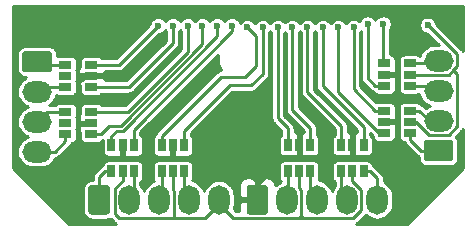
<source format=gbr>
G04 #@! TF.GenerationSoftware,KiCad,Pcbnew,(5.1.4)-1*
G04 #@! TF.CreationDate,2023-01-28T21:19:39+01:00*
G04 #@! TF.ProjectId,SEN-UP1-8xTH,53454e2d-5550-4312-9d38-7854482e6b69,V00.02*
G04 #@! TF.SameCoordinates,Original*
G04 #@! TF.FileFunction,Copper,L2,Bot*
G04 #@! TF.FilePolarity,Positive*
%FSLAX46Y46*%
G04 Gerber Fmt 4.6, Leading zero omitted, Abs format (unit mm)*
G04 Created by KiCad (PCBNEW (5.1.4)-1) date 2023-01-28 21:19:39*
%MOMM*%
%LPD*%
G04 APERTURE LIST*
%ADD10O,2.500000X1.800000*%
%ADD11C,0.100000*%
%ADD12C,1.800000*%
%ADD13R,1.060000X0.650000*%
%ADD14R,0.650000X1.060000*%
%ADD15O,1.800000X2.500000*%
%ADD16C,0.600000*%
%ADD17C,0.400000*%
%ADD18C,0.250000*%
%ADD19C,0.254000*%
G04 APERTURE END LIST*
D10*
X92500000Y-133420000D03*
X92500000Y-130880000D03*
X92500000Y-128340000D03*
D11*
G36*
X93524324Y-124901205D02*
G01*
X93548612Y-124904808D01*
X93572429Y-124910774D01*
X93595547Y-124919045D01*
X93617743Y-124929543D01*
X93638804Y-124942166D01*
X93658525Y-124956793D01*
X93676718Y-124973282D01*
X93693207Y-124991475D01*
X93707834Y-125011196D01*
X93720457Y-125032257D01*
X93730955Y-125054453D01*
X93739226Y-125077571D01*
X93745192Y-125101388D01*
X93748795Y-125125676D01*
X93750000Y-125150200D01*
X93750000Y-126449800D01*
X93748795Y-126474324D01*
X93745192Y-126498612D01*
X93739226Y-126522429D01*
X93730955Y-126545547D01*
X93720457Y-126567743D01*
X93707834Y-126588804D01*
X93693207Y-126608525D01*
X93676718Y-126626718D01*
X93658525Y-126643207D01*
X93638804Y-126657834D01*
X93617743Y-126670457D01*
X93595547Y-126680955D01*
X93572429Y-126689226D01*
X93548612Y-126695192D01*
X93524324Y-126698795D01*
X93499800Y-126700000D01*
X91500200Y-126700000D01*
X91475676Y-126698795D01*
X91451388Y-126695192D01*
X91427571Y-126689226D01*
X91404453Y-126680955D01*
X91382257Y-126670457D01*
X91361196Y-126657834D01*
X91341475Y-126643207D01*
X91323282Y-126626718D01*
X91306793Y-126608525D01*
X91292166Y-126588804D01*
X91279543Y-126567743D01*
X91269045Y-126545547D01*
X91260774Y-126522429D01*
X91254808Y-126498612D01*
X91251205Y-126474324D01*
X91250000Y-126449800D01*
X91250000Y-125150200D01*
X91251205Y-125125676D01*
X91254808Y-125101388D01*
X91260774Y-125077571D01*
X91269045Y-125054453D01*
X91279543Y-125032257D01*
X91292166Y-125011196D01*
X91306793Y-124991475D01*
X91323282Y-124973282D01*
X91341475Y-124956793D01*
X91361196Y-124942166D01*
X91382257Y-124929543D01*
X91404453Y-124919045D01*
X91427571Y-124910774D01*
X91451388Y-124904808D01*
X91475676Y-124901205D01*
X91500200Y-124900000D01*
X93499800Y-124900000D01*
X93524324Y-124901205D01*
X93524324Y-124901205D01*
G37*
D12*
X92500000Y-125800000D03*
D10*
X126500000Y-125720000D03*
X126500000Y-128260000D03*
X126500000Y-130800000D03*
D11*
G36*
X127524324Y-132441205D02*
G01*
X127548612Y-132444808D01*
X127572429Y-132450774D01*
X127595547Y-132459045D01*
X127617743Y-132469543D01*
X127638804Y-132482166D01*
X127658525Y-132496793D01*
X127676718Y-132513282D01*
X127693207Y-132531475D01*
X127707834Y-132551196D01*
X127720457Y-132572257D01*
X127730955Y-132594453D01*
X127739226Y-132617571D01*
X127745192Y-132641388D01*
X127748795Y-132665676D01*
X127750000Y-132690200D01*
X127750000Y-133989800D01*
X127748795Y-134014324D01*
X127745192Y-134038612D01*
X127739226Y-134062429D01*
X127730955Y-134085547D01*
X127720457Y-134107743D01*
X127707834Y-134128804D01*
X127693207Y-134148525D01*
X127676718Y-134166718D01*
X127658525Y-134183207D01*
X127638804Y-134197834D01*
X127617743Y-134210457D01*
X127595547Y-134220955D01*
X127572429Y-134229226D01*
X127548612Y-134235192D01*
X127524324Y-134238795D01*
X127499800Y-134240000D01*
X125500200Y-134240000D01*
X125475676Y-134238795D01*
X125451388Y-134235192D01*
X125427571Y-134229226D01*
X125404453Y-134220955D01*
X125382257Y-134210457D01*
X125361196Y-134197834D01*
X125341475Y-134183207D01*
X125323282Y-134166718D01*
X125306793Y-134148525D01*
X125292166Y-134128804D01*
X125279543Y-134107743D01*
X125269045Y-134085547D01*
X125260774Y-134062429D01*
X125254808Y-134038612D01*
X125251205Y-134014324D01*
X125250000Y-133989800D01*
X125250000Y-132690200D01*
X125251205Y-132665676D01*
X125254808Y-132641388D01*
X125260774Y-132617571D01*
X125269045Y-132594453D01*
X125279543Y-132572257D01*
X125292166Y-132551196D01*
X125306793Y-132531475D01*
X125323282Y-132513282D01*
X125341475Y-132496793D01*
X125361196Y-132482166D01*
X125382257Y-132469543D01*
X125404453Y-132459045D01*
X125427571Y-132450774D01*
X125451388Y-132444808D01*
X125475676Y-132441205D01*
X125500200Y-132440000D01*
X127499800Y-132440000D01*
X127524324Y-132441205D01*
X127524324Y-132441205D01*
G37*
D12*
X126500000Y-133340000D03*
D13*
X124100000Y-126900000D03*
X124100000Y-127850000D03*
X124100000Y-125950000D03*
X121900000Y-125950000D03*
X121900000Y-126900000D03*
X121900000Y-127850000D03*
X124100000Y-130900000D03*
X124100000Y-131850000D03*
X124100000Y-129950000D03*
X121900000Y-129950000D03*
X121900000Y-130900000D03*
X121900000Y-131850000D03*
D14*
X119200000Y-135100000D03*
X118250000Y-135100000D03*
X120150000Y-135100000D03*
X120150000Y-132900000D03*
X119200000Y-132900000D03*
X118250000Y-132900000D03*
X114700000Y-135100000D03*
X113750000Y-135100000D03*
X115650000Y-135100000D03*
X115650000Y-132900000D03*
X114700000Y-132900000D03*
X113750000Y-132900000D03*
X104000000Y-135100000D03*
X103050000Y-135100000D03*
X104950000Y-135100000D03*
X104950000Y-132900000D03*
X104000000Y-132900000D03*
X103050000Y-132900000D03*
X99750000Y-135100000D03*
X98800000Y-135100000D03*
X100700000Y-135100000D03*
X100700000Y-132900000D03*
X99750000Y-132900000D03*
X98800000Y-132900000D03*
D13*
X94900000Y-131000000D03*
X94900000Y-130050000D03*
X94900000Y-131950000D03*
X97100000Y-131950000D03*
X97100000Y-131000000D03*
X97100000Y-130050000D03*
X94900000Y-127000000D03*
X94900000Y-126050000D03*
X94900000Y-127950000D03*
X97100000Y-127950000D03*
X97100000Y-127000000D03*
X97100000Y-126050000D03*
D15*
X121310000Y-137500000D03*
X118770000Y-137500000D03*
X116230000Y-137500000D03*
X113690000Y-137500000D03*
D11*
G36*
X111824324Y-136251205D02*
G01*
X111848612Y-136254808D01*
X111872429Y-136260774D01*
X111895547Y-136269045D01*
X111917743Y-136279543D01*
X111938804Y-136292166D01*
X111958525Y-136306793D01*
X111976718Y-136323282D01*
X111993207Y-136341475D01*
X112007834Y-136361196D01*
X112020457Y-136382257D01*
X112030955Y-136404453D01*
X112039226Y-136427571D01*
X112045192Y-136451388D01*
X112048795Y-136475676D01*
X112050000Y-136500200D01*
X112050000Y-138499800D01*
X112048795Y-138524324D01*
X112045192Y-138548612D01*
X112039226Y-138572429D01*
X112030955Y-138595547D01*
X112020457Y-138617743D01*
X112007834Y-138638804D01*
X111993207Y-138658525D01*
X111976718Y-138676718D01*
X111958525Y-138693207D01*
X111938804Y-138707834D01*
X111917743Y-138720457D01*
X111895547Y-138730955D01*
X111872429Y-138739226D01*
X111848612Y-138745192D01*
X111824324Y-138748795D01*
X111799800Y-138750000D01*
X110500200Y-138750000D01*
X110475676Y-138748795D01*
X110451388Y-138745192D01*
X110427571Y-138739226D01*
X110404453Y-138730955D01*
X110382257Y-138720457D01*
X110361196Y-138707834D01*
X110341475Y-138693207D01*
X110323282Y-138676718D01*
X110306793Y-138658525D01*
X110292166Y-138638804D01*
X110279543Y-138617743D01*
X110269045Y-138595547D01*
X110260774Y-138572429D01*
X110254808Y-138548612D01*
X110251205Y-138524324D01*
X110250000Y-138499800D01*
X110250000Y-136500200D01*
X110251205Y-136475676D01*
X110254808Y-136451388D01*
X110260774Y-136427571D01*
X110269045Y-136404453D01*
X110279543Y-136382257D01*
X110292166Y-136361196D01*
X110306793Y-136341475D01*
X110323282Y-136323282D01*
X110341475Y-136306793D01*
X110361196Y-136292166D01*
X110382257Y-136279543D01*
X110404453Y-136269045D01*
X110427571Y-136260774D01*
X110451388Y-136254808D01*
X110475676Y-136251205D01*
X110500200Y-136250000D01*
X111799800Y-136250000D01*
X111824324Y-136251205D01*
X111824324Y-136251205D01*
G37*
D12*
X111150000Y-137500000D03*
D15*
X107910000Y-137500000D03*
X105370000Y-137500000D03*
X102830000Y-137500000D03*
X100290000Y-137500000D03*
D11*
G36*
X98424324Y-136251205D02*
G01*
X98448612Y-136254808D01*
X98472429Y-136260774D01*
X98495547Y-136269045D01*
X98517743Y-136279543D01*
X98538804Y-136292166D01*
X98558525Y-136306793D01*
X98576718Y-136323282D01*
X98593207Y-136341475D01*
X98607834Y-136361196D01*
X98620457Y-136382257D01*
X98630955Y-136404453D01*
X98639226Y-136427571D01*
X98645192Y-136451388D01*
X98648795Y-136475676D01*
X98650000Y-136500200D01*
X98650000Y-138499800D01*
X98648795Y-138524324D01*
X98645192Y-138548612D01*
X98639226Y-138572429D01*
X98630955Y-138595547D01*
X98620457Y-138617743D01*
X98607834Y-138638804D01*
X98593207Y-138658525D01*
X98576718Y-138676718D01*
X98558525Y-138693207D01*
X98538804Y-138707834D01*
X98517743Y-138720457D01*
X98495547Y-138730955D01*
X98472429Y-138739226D01*
X98448612Y-138745192D01*
X98424324Y-138748795D01*
X98399800Y-138750000D01*
X97100200Y-138750000D01*
X97075676Y-138748795D01*
X97051388Y-138745192D01*
X97027571Y-138739226D01*
X97004453Y-138730955D01*
X96982257Y-138720457D01*
X96961196Y-138707834D01*
X96941475Y-138693207D01*
X96923282Y-138676718D01*
X96906793Y-138658525D01*
X96892166Y-138638804D01*
X96879543Y-138617743D01*
X96869045Y-138595547D01*
X96860774Y-138572429D01*
X96854808Y-138548612D01*
X96851205Y-138524324D01*
X96850000Y-138499800D01*
X96850000Y-136500200D01*
X96851205Y-136475676D01*
X96854808Y-136451388D01*
X96860774Y-136427571D01*
X96869045Y-136404453D01*
X96879543Y-136382257D01*
X96892166Y-136361196D01*
X96906793Y-136341475D01*
X96923282Y-136323282D01*
X96941475Y-136306793D01*
X96961196Y-136292166D01*
X96982257Y-136279543D01*
X97004453Y-136269045D01*
X97027571Y-136260774D01*
X97051388Y-136254808D01*
X97075676Y-136251205D01*
X97100200Y-136250000D01*
X98399800Y-136250000D01*
X98424324Y-136251205D01*
X98424324Y-136251205D01*
G37*
D12*
X97750000Y-137500000D03*
D16*
X126900000Y-122700000D03*
X126860000Y-121550000D03*
X109000000Y-129000000D03*
X107900000Y-130200000D03*
X111100000Y-131300000D03*
X124100000Y-135700000D03*
X91700000Y-122400000D03*
X98900000Y-122300000D03*
X94200000Y-136700000D03*
X101900000Y-135500000D03*
X106300000Y-135000000D03*
X94500000Y-129000000D03*
X98000000Y-129000000D03*
X123000000Y-125400000D03*
X94900000Y-131000000D03*
X94900000Y-127000000D03*
X125590000Y-122710000D03*
X111600000Y-122900000D03*
X110300000Y-122900000D03*
X109000000Y-122750000D03*
X107750000Y-122750000D03*
X106500000Y-122750000D03*
X105250000Y-122750000D03*
X104000000Y-122750000D03*
X102750000Y-122750000D03*
X114100000Y-122900000D03*
X112900000Y-122900000D03*
X116700000Y-122900000D03*
X115400000Y-122900000D03*
X119300000Y-122900000D03*
X118000000Y-122900000D03*
X121800000Y-122600000D03*
X120500000Y-122600000D03*
D17*
X122830000Y-126900000D02*
X123000000Y-127070000D01*
X121900000Y-126900000D02*
X122830000Y-126900000D01*
X123000000Y-132253002D02*
X121353002Y-133900000D01*
X113400000Y-133900000D02*
X111150000Y-136150000D01*
X111150000Y-137500000D02*
X111150000Y-136150000D01*
X111150000Y-135950000D02*
X111150000Y-137500000D01*
X96546998Y-127000000D02*
X96000000Y-127546998D01*
X97100000Y-127000000D02*
X96546998Y-127000000D01*
X96000000Y-132353002D02*
X97646998Y-134000000D01*
X109200000Y-134000000D02*
X111150000Y-135950000D01*
X99900000Y-133980000D02*
X99900000Y-134000000D01*
X99750000Y-133830000D02*
X99900000Y-133980000D01*
X99750000Y-132900000D02*
X99750000Y-133830000D01*
X97646998Y-134000000D02*
X99900000Y-134000000D01*
X104100000Y-133930000D02*
X104100000Y-134000000D01*
X104000000Y-133830000D02*
X104100000Y-133930000D01*
X104000000Y-132900000D02*
X104000000Y-133830000D01*
X99900000Y-134000000D02*
X104100000Y-134000000D01*
X104100000Y-134000000D02*
X109200000Y-134000000D01*
X96000000Y-131170000D02*
X96000000Y-131200000D01*
X96170000Y-131000000D02*
X96000000Y-131170000D01*
X97100000Y-131000000D02*
X96170000Y-131000000D01*
X96000000Y-127546998D02*
X96000000Y-131200000D01*
X96000000Y-131200000D02*
X96000000Y-132353002D01*
X122930000Y-131000000D02*
X123000000Y-131000000D01*
X122830000Y-130900000D02*
X122930000Y-131000000D01*
X121900000Y-130900000D02*
X122830000Y-130900000D01*
X123000000Y-127070000D02*
X123000000Y-131000000D01*
X123000000Y-131000000D02*
X123000000Y-132253002D01*
X119130000Y-133900000D02*
X119100000Y-133900000D01*
X119200000Y-133830000D02*
X119130000Y-133900000D01*
X119200000Y-132900000D02*
X119200000Y-133830000D01*
X121353002Y-133900000D02*
X119100000Y-133900000D01*
X114770000Y-133900000D02*
X114800000Y-133900000D01*
X114700000Y-133830000D02*
X114770000Y-133900000D01*
X114700000Y-132900000D02*
X114700000Y-133830000D01*
X119100000Y-133900000D02*
X114800000Y-133900000D01*
X114800000Y-133900000D02*
X113400000Y-133900000D01*
X125250000Y-121550000D02*
X126860000Y-121550000D01*
X123000000Y-127070000D02*
X123000000Y-125400000D01*
X123000000Y-123800000D02*
X125250000Y-121550000D01*
X123000000Y-125400000D02*
X123000000Y-123800000D01*
D18*
X94000000Y-133420000D02*
X92500000Y-133420000D01*
X94005000Y-133420000D02*
X94000000Y-133420000D01*
X94900000Y-132525000D02*
X94005000Y-133420000D01*
X94900000Y-131950000D02*
X94900000Y-132525000D01*
X93330000Y-130050000D02*
X92500000Y-130880000D01*
X94900000Y-130050000D02*
X93330000Y-130050000D01*
X94900000Y-127950000D02*
X92890000Y-127950000D01*
X92890000Y-127950000D02*
X92500000Y-128340000D01*
X94900000Y-126050000D02*
X92750000Y-126050000D01*
X92750000Y-126050000D02*
X92500000Y-125800000D01*
X104950000Y-137080000D02*
X105370000Y-137500000D01*
X104950000Y-135100000D02*
X104950000Y-137080000D01*
X103050000Y-137280000D02*
X102830000Y-137500000D01*
X103050000Y-135100000D02*
X103050000Y-137280000D01*
X100700000Y-137090000D02*
X100290000Y-137500000D01*
X100700000Y-135100000D02*
X100700000Y-137090000D01*
X97750000Y-135575000D02*
X97750000Y-137500000D01*
X98800000Y-135100000D02*
X98225000Y-135100000D01*
X98225000Y-135100000D02*
X97750000Y-135575000D01*
X121310000Y-136000000D02*
X121310000Y-137500000D01*
X121310000Y-135685000D02*
X121310000Y-136000000D01*
X120725000Y-135100000D02*
X121310000Y-135685000D01*
X120150000Y-135100000D02*
X120725000Y-135100000D01*
X118250000Y-136980000D02*
X118770000Y-137500000D01*
X118250000Y-135100000D02*
X118250000Y-136980000D01*
X115650000Y-136920000D02*
X116230000Y-137500000D01*
X115650000Y-135100000D02*
X115650000Y-136920000D01*
X113750000Y-137440000D02*
X113690000Y-137500000D01*
X113750000Y-135100000D02*
X113750000Y-137440000D01*
X126270000Y-125950000D02*
X126500000Y-125720000D01*
X124100000Y-125950000D02*
X126270000Y-125950000D01*
X126090000Y-127850000D02*
X126500000Y-128260000D01*
X124100000Y-127850000D02*
X126090000Y-127850000D01*
X125730000Y-130800000D02*
X126500000Y-130800000D01*
X124880000Y-129950000D02*
X125730000Y-130800000D01*
X124100000Y-129950000D02*
X124880000Y-129950000D01*
X125150000Y-133340000D02*
X126500000Y-133340000D01*
X125015000Y-133340000D02*
X125150000Y-133340000D01*
X124100000Y-132425000D02*
X125015000Y-133340000D01*
X124100000Y-131850000D02*
X124100000Y-132425000D01*
X109095010Y-139035010D02*
X107910000Y-137850000D01*
X114875010Y-138824990D02*
X114664990Y-139035010D01*
X114875010Y-136659153D02*
X114875010Y-138824990D01*
X114700000Y-136484143D02*
X114875010Y-136659153D01*
X114700000Y-135100000D02*
X114700000Y-136484143D01*
X119955010Y-138340847D02*
X119260847Y-139035010D01*
X119955010Y-136635010D02*
X119955010Y-138340847D01*
X119200000Y-135880000D02*
X119955010Y-136635010D01*
X119200000Y-135100000D02*
X119200000Y-135880000D01*
X113035010Y-139035010D02*
X109095010Y-139035010D01*
X114664990Y-139035010D02*
X113035010Y-139035010D01*
X114875010Y-138845030D02*
X115064990Y-139035010D01*
X114875010Y-138824990D02*
X114875010Y-138845030D01*
X119260847Y-139035010D02*
X115064990Y-139035010D01*
X115064990Y-139035010D02*
X113035010Y-139035010D01*
X107910000Y-137850000D02*
X107910000Y-137500000D01*
X106724990Y-139035010D02*
X107910000Y-137850000D01*
X104135010Y-136779153D02*
X104135010Y-139035010D01*
X104000000Y-136644143D02*
X104135010Y-136779153D01*
X104000000Y-135100000D02*
X104000000Y-136644143D01*
X104135010Y-139035010D02*
X106724990Y-139035010D01*
X128035010Y-126210847D02*
X128035010Y-125135010D01*
X124885010Y-126905010D02*
X127340847Y-126905010D01*
X124100000Y-126900000D02*
X124880000Y-126900000D01*
X124880000Y-126900000D02*
X124885010Y-126905010D01*
X128035010Y-125135010D02*
X125700000Y-122800000D01*
X128035010Y-131290847D02*
X128035010Y-126835010D01*
X125659153Y-131985010D02*
X127340847Y-131985010D01*
X124574143Y-130900000D02*
X125659153Y-131985010D01*
X128035010Y-126835010D02*
X127722929Y-126522929D01*
X124100000Y-130900000D02*
X124574143Y-130900000D01*
X127722929Y-126522929D02*
X128035010Y-126210847D01*
X127340847Y-131985010D02*
X128035010Y-131290847D01*
X127340847Y-126905010D02*
X127722929Y-126522929D01*
X99104990Y-138704990D02*
X99435010Y-139035010D01*
X99104990Y-136525010D02*
X99104990Y-138704990D01*
X99435010Y-139035010D02*
X104135010Y-139035010D01*
X99750000Y-135880000D02*
X99104990Y-136525010D01*
X99750000Y-135100000D02*
X99750000Y-135880000D01*
X111600000Y-126825000D02*
X110625000Y-127800000D01*
X111600000Y-122900000D02*
X111600000Y-126825000D01*
X110625000Y-127800000D02*
X108800000Y-127800000D01*
X104950000Y-131650000D02*
X104950000Y-132900000D01*
X108800000Y-127800000D02*
X104950000Y-131650000D01*
X110599999Y-123199999D02*
X110300000Y-122900000D01*
X111063152Y-123663152D02*
X110599999Y-123199999D01*
X111063152Y-126143909D02*
X111063152Y-123663152D01*
X110142306Y-127064755D02*
X111063152Y-126143909D01*
X108105245Y-127064755D02*
X110142306Y-127064755D01*
X103050000Y-132120000D02*
X108105245Y-127064755D01*
X103050000Y-132900000D02*
X103050000Y-132120000D01*
X109000000Y-122750000D02*
X109000000Y-123250000D01*
X100700000Y-131550000D02*
X100700000Y-132900000D01*
X109000000Y-123250000D02*
X100700000Y-131550000D01*
X107750000Y-123174264D02*
X107750000Y-122750000D01*
X107750000Y-123659681D02*
X107750000Y-123174264D01*
X99749671Y-131660010D02*
X107750000Y-123659681D01*
X99259990Y-131660010D02*
X99749671Y-131660010D01*
X98800000Y-132120000D02*
X99259990Y-131660010D01*
X98800000Y-132900000D02*
X98800000Y-132120000D01*
X97880000Y-131950000D02*
X98580000Y-131250000D01*
X97100000Y-131950000D02*
X97880000Y-131950000D01*
X106500000Y-123174264D02*
X106500000Y-122750000D01*
X106500000Y-124329840D02*
X106500000Y-123174264D01*
X99579840Y-131250000D02*
X106500000Y-124329840D01*
X98580000Y-131250000D02*
X99579840Y-131250000D01*
X105250000Y-122750000D02*
X105250000Y-125000000D01*
X100200000Y-130050000D02*
X97100000Y-130050000D01*
X105250000Y-125000000D02*
X100200000Y-130050000D01*
X104000000Y-122750000D02*
X104000000Y-124250000D01*
X100300000Y-127950000D02*
X97100000Y-127950000D01*
X104000000Y-124250000D02*
X100300000Y-127950000D01*
X99450000Y-126050000D02*
X102750000Y-122750000D01*
X97100000Y-126050000D02*
X99450000Y-126050000D01*
X114100000Y-122900000D02*
X114100000Y-129900000D01*
X115650000Y-131450000D02*
X115650000Y-132900000D01*
X114100000Y-129900000D02*
X115650000Y-131450000D01*
X112900000Y-122900000D02*
X112900000Y-130600000D01*
X113750000Y-131450000D02*
X113750000Y-132900000D01*
X112900000Y-130600000D02*
X113750000Y-131450000D01*
X116700000Y-122900000D02*
X116700000Y-127900000D01*
X120150000Y-131350000D02*
X120150000Y-132900000D01*
X116700000Y-127900000D02*
X120150000Y-131350000D01*
X115400000Y-122900000D02*
X115400000Y-128400000D01*
X115400000Y-128400000D02*
X118250000Y-131250000D01*
X118250000Y-131250000D02*
X118250000Y-132900000D01*
X119300000Y-123324264D02*
X119300000Y-122900000D01*
X119300000Y-128130000D02*
X119300000Y-123324264D01*
X121120000Y-129950000D02*
X119300000Y-128130000D01*
X121900000Y-129950000D02*
X121120000Y-129950000D01*
X121481998Y-131850000D02*
X121900000Y-131850000D01*
X118000000Y-128368002D02*
X121481998Y-131850000D01*
X118000000Y-122900000D02*
X118000000Y-128368002D01*
X121800000Y-125850000D02*
X121900000Y-125950000D01*
X121800000Y-122600000D02*
X121800000Y-125850000D01*
X121120000Y-127850000D02*
X121900000Y-127850000D01*
X120500000Y-127230000D02*
X121120000Y-127850000D01*
X120500000Y-122600000D02*
X120500000Y-127230000D01*
D19*
G36*
X128548001Y-124924536D02*
G01*
X128547458Y-124922747D01*
X128496201Y-124826852D01*
X128444502Y-124763856D01*
X128444501Y-124763855D01*
X128427221Y-124742799D01*
X128406164Y-124725518D01*
X126316493Y-122635849D01*
X126289062Y-122497942D01*
X126234259Y-122365636D01*
X126154698Y-122246564D01*
X126053436Y-122145302D01*
X125934364Y-122065741D01*
X125802058Y-122010938D01*
X125661603Y-121983000D01*
X125518397Y-121983000D01*
X125377942Y-122010938D01*
X125245636Y-122065741D01*
X125126564Y-122145302D01*
X125025302Y-122246564D01*
X124945741Y-122365636D01*
X124890938Y-122497942D01*
X124863000Y-122638397D01*
X124863000Y-122781603D01*
X124890938Y-122922058D01*
X124945741Y-123054364D01*
X125025302Y-123173436D01*
X125126564Y-123274698D01*
X125245636Y-123354259D01*
X125377942Y-123409062D01*
X125518397Y-123437000D01*
X125556356Y-123437000D01*
X126512355Y-124393000D01*
X126084816Y-124393000D01*
X125889863Y-124412201D01*
X125639722Y-124488081D01*
X125409192Y-124611302D01*
X125207130Y-124777130D01*
X125041302Y-124979192D01*
X124918081Y-125209722D01*
X124893959Y-125289241D01*
X124868376Y-125268245D01*
X124794196Y-125228595D01*
X124713707Y-125204178D01*
X124630000Y-125195934D01*
X123570000Y-125195934D01*
X123486293Y-125204178D01*
X123405804Y-125228595D01*
X123331624Y-125268245D01*
X123266605Y-125321605D01*
X123213245Y-125386624D01*
X123173595Y-125460804D01*
X123149178Y-125541293D01*
X123140934Y-125625000D01*
X123140934Y-126275000D01*
X123149178Y-126358707D01*
X123169289Y-126425000D01*
X123149178Y-126491293D01*
X123140934Y-126575000D01*
X123140934Y-127225000D01*
X123149178Y-127308707D01*
X123169289Y-127375000D01*
X123149178Y-127441293D01*
X123140934Y-127525000D01*
X123140934Y-128175000D01*
X123149178Y-128258707D01*
X123173595Y-128339196D01*
X123213245Y-128413376D01*
X123266605Y-128478395D01*
X123331624Y-128531755D01*
X123405804Y-128571405D01*
X123486293Y-128595822D01*
X123570000Y-128604066D01*
X124630000Y-128604066D01*
X124713707Y-128595822D01*
X124794196Y-128571405D01*
X124848886Y-128542173D01*
X124918081Y-128770278D01*
X125041302Y-129000808D01*
X125207130Y-129202870D01*
X125409192Y-129368698D01*
X125639722Y-129491919D01*
X125765257Y-129530000D01*
X125639722Y-129568081D01*
X125409192Y-129691302D01*
X125405212Y-129694568D01*
X125289500Y-129578856D01*
X125272211Y-129557789D01*
X125188158Y-129488809D01*
X125092263Y-129437552D01*
X124998826Y-129409208D01*
X124986755Y-129386624D01*
X124933395Y-129321605D01*
X124868376Y-129268245D01*
X124794196Y-129228595D01*
X124713707Y-129204178D01*
X124630000Y-129195934D01*
X123570000Y-129195934D01*
X123486293Y-129204178D01*
X123405804Y-129228595D01*
X123331624Y-129268245D01*
X123266605Y-129321605D01*
X123213245Y-129386624D01*
X123173595Y-129460804D01*
X123149178Y-129541293D01*
X123140934Y-129625000D01*
X123140934Y-130275000D01*
X123149178Y-130358707D01*
X123169289Y-130425000D01*
X123149178Y-130491293D01*
X123140934Y-130575000D01*
X123140934Y-131225000D01*
X123149178Y-131308707D01*
X123169289Y-131375000D01*
X123149178Y-131441293D01*
X123140934Y-131525000D01*
X123140934Y-132175000D01*
X123149178Y-132258707D01*
X123173595Y-132339196D01*
X123213245Y-132413376D01*
X123266605Y-132478395D01*
X123331624Y-132531755D01*
X123405804Y-132571405D01*
X123486293Y-132595822D01*
X123570000Y-132604066D01*
X123577482Y-132604066D01*
X123587552Y-132637262D01*
X123615848Y-132690200D01*
X123638810Y-132733158D01*
X123707790Y-132817211D01*
X123728852Y-132834496D01*
X124605508Y-133711154D01*
X124622789Y-133732211D01*
X124643845Y-133749491D01*
X124706841Y-133801191D01*
X124754014Y-133826405D01*
X124802737Y-133852448D01*
X124820934Y-133857968D01*
X124820934Y-133989800D01*
X124833986Y-134122318D01*
X124872640Y-134249744D01*
X124935411Y-134367180D01*
X125019886Y-134470114D01*
X125122820Y-134554589D01*
X125240256Y-134617360D01*
X125367682Y-134656014D01*
X125500200Y-134669066D01*
X127499800Y-134669066D01*
X127632318Y-134656014D01*
X127759744Y-134617360D01*
X127877180Y-134554589D01*
X127980114Y-134470114D01*
X128064589Y-134367180D01*
X128127360Y-134249744D01*
X128166014Y-134122318D01*
X128179066Y-133989800D01*
X128179066Y-132690200D01*
X128166014Y-132557682D01*
X128127360Y-132430256D01*
X128064589Y-132312820D01*
X127980114Y-132209886D01*
X127934253Y-132172249D01*
X128406164Y-131700339D01*
X128427221Y-131683058D01*
X128447122Y-131658809D01*
X128496201Y-131599005D01*
X128547458Y-131503110D01*
X128548001Y-131501321D01*
X128548001Y-134812775D01*
X123812777Y-139548000D01*
X119471323Y-139548000D01*
X119473110Y-139547458D01*
X119569005Y-139496201D01*
X119653058Y-139427221D01*
X119670347Y-139406154D01*
X120326164Y-138750339D01*
X120329787Y-138747366D01*
X120367131Y-138792870D01*
X120569193Y-138958698D01*
X120799723Y-139081919D01*
X121049864Y-139157799D01*
X121310000Y-139183420D01*
X121570137Y-139157799D01*
X121820278Y-139081919D01*
X122050808Y-138958698D01*
X122252870Y-138792870D01*
X122418698Y-138590808D01*
X122541919Y-138360278D01*
X122617799Y-138110136D01*
X122637000Y-137915183D01*
X122637000Y-137084816D01*
X122617799Y-136889863D01*
X122541919Y-136639722D01*
X122418698Y-136409192D01*
X122252870Y-136207130D01*
X122050807Y-136041302D01*
X121862000Y-135940382D01*
X121862000Y-135712106D01*
X121864670Y-135685000D01*
X121862000Y-135657891D01*
X121854012Y-135576789D01*
X121822448Y-135472737D01*
X121771191Y-135376842D01*
X121702211Y-135292789D01*
X121681149Y-135275504D01*
X121134500Y-134728856D01*
X121117211Y-134707789D01*
X121033158Y-134638809D01*
X120937263Y-134587552D01*
X120904066Y-134577482D01*
X120904066Y-134570000D01*
X120895822Y-134486293D01*
X120871405Y-134405804D01*
X120831755Y-134331624D01*
X120778395Y-134266605D01*
X120713376Y-134213245D01*
X120639196Y-134173595D01*
X120558707Y-134149178D01*
X120475000Y-134140934D01*
X119825000Y-134140934D01*
X119741293Y-134149178D01*
X119675000Y-134169289D01*
X119608707Y-134149178D01*
X119525000Y-134140934D01*
X118875000Y-134140934D01*
X118791293Y-134149178D01*
X118725000Y-134169289D01*
X118658707Y-134149178D01*
X118575000Y-134140934D01*
X117925000Y-134140934D01*
X117841293Y-134149178D01*
X117760804Y-134173595D01*
X117686624Y-134213245D01*
X117621605Y-134266605D01*
X117568245Y-134331624D01*
X117528595Y-134405804D01*
X117504178Y-134486293D01*
X117495934Y-134570000D01*
X117495934Y-135630000D01*
X117504178Y-135713707D01*
X117528595Y-135794196D01*
X117568245Y-135868376D01*
X117621605Y-135933395D01*
X117686624Y-135986755D01*
X117698000Y-135992836D01*
X117698001Y-136364475D01*
X117661302Y-136409193D01*
X117538081Y-136639723D01*
X117500000Y-136765258D01*
X117461919Y-136639722D01*
X117338698Y-136409192D01*
X117172870Y-136207130D01*
X116970807Y-136041302D01*
X116740277Y-135918081D01*
X116490136Y-135842201D01*
X116352967Y-135828691D01*
X116371405Y-135794196D01*
X116395822Y-135713707D01*
X116404066Y-135630000D01*
X116404066Y-134570000D01*
X116395822Y-134486293D01*
X116371405Y-134405804D01*
X116331755Y-134331624D01*
X116278395Y-134266605D01*
X116213376Y-134213245D01*
X116139196Y-134173595D01*
X116058707Y-134149178D01*
X115975000Y-134140934D01*
X115325000Y-134140934D01*
X115241293Y-134149178D01*
X115175000Y-134169289D01*
X115108707Y-134149178D01*
X115025000Y-134140934D01*
X114375000Y-134140934D01*
X114291293Y-134149178D01*
X114225000Y-134169289D01*
X114158707Y-134149178D01*
X114075000Y-134140934D01*
X113425000Y-134140934D01*
X113341293Y-134149178D01*
X113260804Y-134173595D01*
X113186624Y-134213245D01*
X113121605Y-134266605D01*
X113068245Y-134331624D01*
X113028595Y-134405804D01*
X113004178Y-134486293D01*
X112995934Y-134570000D01*
X112995934Y-135630000D01*
X113004178Y-135713707D01*
X113028595Y-135794196D01*
X113068245Y-135868376D01*
X113121605Y-135933395D01*
X113133227Y-135942933D01*
X112949192Y-136041302D01*
X112747130Y-136207130D01*
X112687979Y-136279206D01*
X112688072Y-136250000D01*
X112675812Y-136125518D01*
X112639502Y-136005820D01*
X112580537Y-135895506D01*
X112501185Y-135798815D01*
X112404494Y-135719463D01*
X112294180Y-135660498D01*
X112174482Y-135624188D01*
X112050000Y-135611928D01*
X111435750Y-135615000D01*
X111277000Y-135773750D01*
X111277000Y-137373000D01*
X111297000Y-137373000D01*
X111297000Y-137627000D01*
X111277000Y-137627000D01*
X111277000Y-137647000D01*
X111023000Y-137647000D01*
X111023000Y-137627000D01*
X109773750Y-137627000D01*
X109615000Y-137785750D01*
X109612779Y-138483010D01*
X109323656Y-138483010D01*
X109155652Y-138315007D01*
X109217799Y-138110136D01*
X109237000Y-137915183D01*
X109237000Y-137084816D01*
X109217799Y-136889863D01*
X109141919Y-136639722D01*
X109018698Y-136409192D01*
X108888053Y-136250000D01*
X109611928Y-136250000D01*
X109615000Y-137214250D01*
X109773750Y-137373000D01*
X111023000Y-137373000D01*
X111023000Y-135773750D01*
X110864250Y-135615000D01*
X110250000Y-135611928D01*
X110125518Y-135624188D01*
X110005820Y-135660498D01*
X109895506Y-135719463D01*
X109798815Y-135798815D01*
X109719463Y-135895506D01*
X109660498Y-136005820D01*
X109624188Y-136125518D01*
X109611928Y-136250000D01*
X108888053Y-136250000D01*
X108852870Y-136207130D01*
X108650807Y-136041302D01*
X108420277Y-135918081D01*
X108170136Y-135842201D01*
X107910000Y-135816580D01*
X107649863Y-135842201D01*
X107399722Y-135918081D01*
X107169192Y-136041302D01*
X106967130Y-136207130D01*
X106801302Y-136409193D01*
X106678081Y-136639723D01*
X106640000Y-136765258D01*
X106601919Y-136639722D01*
X106478698Y-136409192D01*
X106312870Y-136207130D01*
X106110807Y-136041302D01*
X105880277Y-135918081D01*
X105643568Y-135846276D01*
X105671405Y-135794196D01*
X105695822Y-135713707D01*
X105704066Y-135630000D01*
X105704066Y-134570000D01*
X105695822Y-134486293D01*
X105671405Y-134405804D01*
X105631755Y-134331624D01*
X105578395Y-134266605D01*
X105513376Y-134213245D01*
X105439196Y-134173595D01*
X105358707Y-134149178D01*
X105275000Y-134140934D01*
X104625000Y-134140934D01*
X104541293Y-134149178D01*
X104475000Y-134169289D01*
X104408707Y-134149178D01*
X104325000Y-134140934D01*
X103675000Y-134140934D01*
X103591293Y-134149178D01*
X103525000Y-134169289D01*
X103458707Y-134149178D01*
X103375000Y-134140934D01*
X102725000Y-134140934D01*
X102641293Y-134149178D01*
X102560804Y-134173595D01*
X102486624Y-134213245D01*
X102421605Y-134266605D01*
X102368245Y-134331624D01*
X102328595Y-134405804D01*
X102304178Y-134486293D01*
X102295934Y-134570000D01*
X102295934Y-135630000D01*
X102304178Y-135713707D01*
X102328595Y-135794196D01*
X102368245Y-135868376D01*
X102391234Y-135896388D01*
X102319722Y-135918081D01*
X102089192Y-136041302D01*
X101887130Y-136207130D01*
X101721302Y-136409193D01*
X101598081Y-136639723D01*
X101560000Y-136765258D01*
X101521919Y-136639722D01*
X101398698Y-136409192D01*
X101252000Y-136230440D01*
X101252000Y-135992836D01*
X101263376Y-135986755D01*
X101328395Y-135933395D01*
X101381755Y-135868376D01*
X101421405Y-135794196D01*
X101445822Y-135713707D01*
X101454066Y-135630000D01*
X101454066Y-134570000D01*
X101445822Y-134486293D01*
X101421405Y-134405804D01*
X101381755Y-134331624D01*
X101328395Y-134266605D01*
X101263376Y-134213245D01*
X101189196Y-134173595D01*
X101108707Y-134149178D01*
X101025000Y-134140934D01*
X100375000Y-134140934D01*
X100291293Y-134149178D01*
X100225000Y-134169289D01*
X100158707Y-134149178D01*
X100075000Y-134140934D01*
X99425000Y-134140934D01*
X99341293Y-134149178D01*
X99275000Y-134169289D01*
X99208707Y-134149178D01*
X99125000Y-134140934D01*
X98475000Y-134140934D01*
X98391293Y-134149178D01*
X98310804Y-134173595D01*
X98236624Y-134213245D01*
X98171605Y-134266605D01*
X98118245Y-134331624D01*
X98078595Y-134405804D01*
X98054178Y-134486293D01*
X98045934Y-134570000D01*
X98045934Y-134577482D01*
X98012737Y-134587552D01*
X97916842Y-134638809D01*
X97832789Y-134707789D01*
X97815508Y-134728846D01*
X97378856Y-135165500D01*
X97357789Y-135182789D01*
X97288809Y-135266842D01*
X97237552Y-135362738D01*
X97205988Y-135466790D01*
X97198895Y-135538809D01*
X97195330Y-135575000D01*
X97198000Y-135602106D01*
X97198000Y-135820934D01*
X97100200Y-135820934D01*
X96967682Y-135833986D01*
X96840256Y-135872640D01*
X96722820Y-135935411D01*
X96619886Y-136019886D01*
X96535411Y-136122820D01*
X96472640Y-136240256D01*
X96433986Y-136367682D01*
X96420934Y-136500200D01*
X96420934Y-138499800D01*
X96433986Y-138632318D01*
X96472640Y-138759744D01*
X96535411Y-138877180D01*
X96619886Y-138980114D01*
X96722820Y-139064589D01*
X96840256Y-139127360D01*
X96967682Y-139166014D01*
X97100200Y-139179066D01*
X98399800Y-139179066D01*
X98532318Y-139166014D01*
X98659744Y-139127360D01*
X98714116Y-139098297D01*
X98733841Y-139114486D01*
X99025513Y-139406158D01*
X99042799Y-139427221D01*
X99126852Y-139496201D01*
X99222747Y-139547458D01*
X99224534Y-139548000D01*
X95187224Y-139548000D01*
X90452000Y-134812777D01*
X90452000Y-128340000D01*
X90816580Y-128340000D01*
X90842201Y-128600137D01*
X90918081Y-128850278D01*
X91041302Y-129080808D01*
X91207130Y-129282870D01*
X91409192Y-129448698D01*
X91639722Y-129571919D01*
X91765257Y-129610000D01*
X91639722Y-129648081D01*
X91409192Y-129771302D01*
X91207130Y-129937130D01*
X91041302Y-130139192D01*
X90918081Y-130369722D01*
X90842201Y-130619863D01*
X90816580Y-130880000D01*
X90842201Y-131140137D01*
X90918081Y-131390278D01*
X91041302Y-131620808D01*
X91207130Y-131822870D01*
X91409192Y-131988698D01*
X91639722Y-132111919D01*
X91765257Y-132150000D01*
X91639722Y-132188081D01*
X91409192Y-132311302D01*
X91207130Y-132477130D01*
X91041302Y-132679192D01*
X90918081Y-132909722D01*
X90842201Y-133159863D01*
X90816580Y-133420000D01*
X90842201Y-133680137D01*
X90918081Y-133930278D01*
X91041302Y-134160808D01*
X91207130Y-134362870D01*
X91409192Y-134528698D01*
X91639722Y-134651919D01*
X91889863Y-134727799D01*
X92084816Y-134747000D01*
X92915184Y-134747000D01*
X93110137Y-134727799D01*
X93360278Y-134651919D01*
X93590808Y-134528698D01*
X93792870Y-134362870D01*
X93958698Y-134160808D01*
X94061147Y-133969140D01*
X94113211Y-133964012D01*
X94217263Y-133932448D01*
X94313158Y-133881191D01*
X94397211Y-133812211D01*
X94414500Y-133791144D01*
X95271154Y-132934492D01*
X95292211Y-132917211D01*
X95361191Y-132833158D01*
X95412448Y-132737263D01*
X95422518Y-132704066D01*
X95430000Y-132704066D01*
X95513707Y-132695822D01*
X95594196Y-132671405D01*
X95668376Y-132631755D01*
X95733395Y-132578395D01*
X95786755Y-132513376D01*
X95826405Y-132439196D01*
X95850822Y-132358707D01*
X95859066Y-132275000D01*
X95859066Y-131625000D01*
X95850822Y-131541293D01*
X95830711Y-131475000D01*
X95850822Y-131408707D01*
X95859066Y-131325000D01*
X95859066Y-130675000D01*
X95850822Y-130591293D01*
X95830711Y-130525000D01*
X95850822Y-130458707D01*
X95859066Y-130375000D01*
X95859066Y-129725000D01*
X95850822Y-129641293D01*
X95826405Y-129560804D01*
X95786755Y-129486624D01*
X95733395Y-129421605D01*
X95668376Y-129368245D01*
X95594196Y-129328595D01*
X95513707Y-129304178D01*
X95430000Y-129295934D01*
X94370000Y-129295934D01*
X94286293Y-129304178D01*
X94205804Y-129328595D01*
X94131624Y-129368245D01*
X94066605Y-129421605D01*
X94013245Y-129486624D01*
X94007164Y-129498000D01*
X93498571Y-129498000D01*
X93590808Y-129448698D01*
X93792870Y-129282870D01*
X93958698Y-129080808D01*
X94081919Y-128850278D01*
X94145894Y-128639382D01*
X94205804Y-128671405D01*
X94286293Y-128695822D01*
X94370000Y-128704066D01*
X95430000Y-128704066D01*
X95513707Y-128695822D01*
X95594196Y-128671405D01*
X95668376Y-128631755D01*
X95733395Y-128578395D01*
X95786755Y-128513376D01*
X95826405Y-128439196D01*
X95850822Y-128358707D01*
X95859066Y-128275000D01*
X95859066Y-127625000D01*
X95850822Y-127541293D01*
X95830711Y-127475000D01*
X95850822Y-127408707D01*
X95859066Y-127325000D01*
X95859066Y-126675000D01*
X95931928Y-126675000D01*
X95935000Y-126714250D01*
X96093750Y-126873000D01*
X96973000Y-126873000D01*
X96973000Y-126853000D01*
X97227000Y-126853000D01*
X97227000Y-126873000D01*
X98106250Y-126873000D01*
X98265000Y-126714250D01*
X98268072Y-126675000D01*
X98260882Y-126602000D01*
X99422894Y-126602000D01*
X99450000Y-126604670D01*
X99477106Y-126602000D01*
X99477109Y-126602000D01*
X99558211Y-126594012D01*
X99662263Y-126562448D01*
X99758158Y-126511191D01*
X99842211Y-126442211D01*
X99859501Y-126421144D01*
X102803646Y-123477000D01*
X102821603Y-123477000D01*
X102962058Y-123449062D01*
X103094364Y-123394259D01*
X103213436Y-123314698D01*
X103314698Y-123213436D01*
X103375000Y-123123187D01*
X103435302Y-123213436D01*
X103448000Y-123226134D01*
X103448001Y-124021353D01*
X100071356Y-127398000D01*
X98260882Y-127398000D01*
X98268072Y-127325000D01*
X98265000Y-127285750D01*
X98106250Y-127127000D01*
X97227000Y-127127000D01*
X97227000Y-127147000D01*
X96973000Y-127147000D01*
X96973000Y-127127000D01*
X96093750Y-127127000D01*
X95935000Y-127285750D01*
X95931928Y-127325000D01*
X95944188Y-127449482D01*
X95980498Y-127569180D01*
X96039463Y-127679494D01*
X96118815Y-127776185D01*
X96140934Y-127794338D01*
X96140934Y-128275000D01*
X96149178Y-128358707D01*
X96173595Y-128439196D01*
X96213245Y-128513376D01*
X96266605Y-128578395D01*
X96331624Y-128631755D01*
X96405804Y-128671405D01*
X96486293Y-128695822D01*
X96570000Y-128704066D01*
X97630000Y-128704066D01*
X97713707Y-128695822D01*
X97794196Y-128671405D01*
X97868376Y-128631755D01*
X97933395Y-128578395D01*
X97986755Y-128513376D01*
X97992836Y-128502000D01*
X100272894Y-128502000D01*
X100300000Y-128504670D01*
X100327106Y-128502000D01*
X100327109Y-128502000D01*
X100408211Y-128494012D01*
X100512263Y-128462448D01*
X100608158Y-128411191D01*
X100692211Y-128342211D01*
X100709501Y-128321143D01*
X104371154Y-124659492D01*
X104392211Y-124642211D01*
X104461191Y-124558158D01*
X104512448Y-124462263D01*
X104544012Y-124358211D01*
X104552000Y-124277109D01*
X104552000Y-124277099D01*
X104554669Y-124250001D01*
X104552000Y-124222903D01*
X104552000Y-123226134D01*
X104564698Y-123213436D01*
X104625000Y-123123187D01*
X104685302Y-123213436D01*
X104698000Y-123226134D01*
X104698001Y-124771353D01*
X99971356Y-129498000D01*
X97992836Y-129498000D01*
X97986755Y-129486624D01*
X97933395Y-129421605D01*
X97868376Y-129368245D01*
X97794196Y-129328595D01*
X97713707Y-129304178D01*
X97630000Y-129295934D01*
X96570000Y-129295934D01*
X96486293Y-129304178D01*
X96405804Y-129328595D01*
X96331624Y-129368245D01*
X96266605Y-129421605D01*
X96213245Y-129486624D01*
X96173595Y-129560804D01*
X96149178Y-129641293D01*
X96140934Y-129725000D01*
X96140934Y-130205662D01*
X96118815Y-130223815D01*
X96039463Y-130320506D01*
X95980498Y-130430820D01*
X95944188Y-130550518D01*
X95931928Y-130675000D01*
X95935000Y-130714250D01*
X96093750Y-130873000D01*
X96973000Y-130873000D01*
X96973000Y-130853000D01*
X97227000Y-130853000D01*
X97227000Y-130873000D01*
X97247000Y-130873000D01*
X97247000Y-131127000D01*
X97227000Y-131127000D01*
X97227000Y-131147000D01*
X96973000Y-131147000D01*
X96973000Y-131127000D01*
X96093750Y-131127000D01*
X95935000Y-131285750D01*
X95931928Y-131325000D01*
X95944188Y-131449482D01*
X95980498Y-131569180D01*
X96039463Y-131679494D01*
X96118815Y-131776185D01*
X96140934Y-131794338D01*
X96140934Y-132275000D01*
X96149178Y-132358707D01*
X96173595Y-132439196D01*
X96213245Y-132513376D01*
X96266605Y-132578395D01*
X96331624Y-132631755D01*
X96405804Y-132671405D01*
X96486293Y-132695822D01*
X96570000Y-132704066D01*
X97630000Y-132704066D01*
X97713707Y-132695822D01*
X97794196Y-132671405D01*
X97868376Y-132631755D01*
X97933395Y-132578395D01*
X97986755Y-132513376D01*
X97998826Y-132490792D01*
X98045934Y-132476502D01*
X98045934Y-133430000D01*
X98054178Y-133513707D01*
X98078595Y-133594196D01*
X98118245Y-133668376D01*
X98171605Y-133733395D01*
X98236624Y-133786755D01*
X98310804Y-133826405D01*
X98391293Y-133850822D01*
X98475000Y-133859066D01*
X98955662Y-133859066D01*
X98973815Y-133881185D01*
X99070506Y-133960537D01*
X99180820Y-134019502D01*
X99300518Y-134055812D01*
X99425000Y-134068072D01*
X99464250Y-134065000D01*
X99623000Y-133906250D01*
X99623000Y-133027000D01*
X99603000Y-133027000D01*
X99603000Y-132773000D01*
X99623000Y-132773000D01*
X99623000Y-132753000D01*
X99877000Y-132753000D01*
X99877000Y-132773000D01*
X99897000Y-132773000D01*
X99897000Y-133027000D01*
X99877000Y-133027000D01*
X99877000Y-133906250D01*
X100035750Y-134065000D01*
X100075000Y-134068072D01*
X100199482Y-134055812D01*
X100319180Y-134019502D01*
X100429494Y-133960537D01*
X100526185Y-133881185D01*
X100544338Y-133859066D01*
X101025000Y-133859066D01*
X101108707Y-133850822D01*
X101189196Y-133826405D01*
X101263376Y-133786755D01*
X101328395Y-133733395D01*
X101381755Y-133668376D01*
X101421405Y-133594196D01*
X101445822Y-133513707D01*
X101454066Y-133430000D01*
X101454066Y-132370000D01*
X101445822Y-132286293D01*
X101421405Y-132205804D01*
X101381755Y-132131624D01*
X101328395Y-132066605D01*
X101263376Y-132013245D01*
X101252000Y-132007164D01*
X101252000Y-131778644D01*
X107807860Y-125222786D01*
X107786292Y-125331214D01*
X107786292Y-125668786D01*
X107852149Y-125999870D01*
X107981332Y-126311745D01*
X108114465Y-126510993D01*
X108105244Y-126510085D01*
X108078138Y-126512755D01*
X108078136Y-126512755D01*
X107997034Y-126520743D01*
X107892982Y-126552307D01*
X107797087Y-126603564D01*
X107713034Y-126672544D01*
X107695753Y-126693601D01*
X102678852Y-131710504D01*
X102657790Y-131727789D01*
X102618073Y-131776185D01*
X102588809Y-131811843D01*
X102537552Y-131907738D01*
X102527482Y-131940934D01*
X102509208Y-132001173D01*
X102486624Y-132013245D01*
X102421605Y-132066605D01*
X102368245Y-132131624D01*
X102328595Y-132205804D01*
X102304178Y-132286293D01*
X102295934Y-132370000D01*
X102295934Y-133430000D01*
X102304178Y-133513707D01*
X102328595Y-133594196D01*
X102368245Y-133668376D01*
X102421605Y-133733395D01*
X102486624Y-133786755D01*
X102560804Y-133826405D01*
X102641293Y-133850822D01*
X102725000Y-133859066D01*
X103205662Y-133859066D01*
X103223815Y-133881185D01*
X103320506Y-133960537D01*
X103430820Y-134019502D01*
X103550518Y-134055812D01*
X103675000Y-134068072D01*
X103714250Y-134065000D01*
X103873000Y-133906250D01*
X103873000Y-133027000D01*
X103853000Y-133027000D01*
X103853000Y-132773000D01*
X103873000Y-132773000D01*
X103873000Y-132753000D01*
X104127000Y-132753000D01*
X104127000Y-132773000D01*
X104147000Y-132773000D01*
X104147000Y-133027000D01*
X104127000Y-133027000D01*
X104127000Y-133906250D01*
X104285750Y-134065000D01*
X104325000Y-134068072D01*
X104449482Y-134055812D01*
X104569180Y-134019502D01*
X104679494Y-133960537D01*
X104776185Y-133881185D01*
X104794338Y-133859066D01*
X105275000Y-133859066D01*
X105358707Y-133850822D01*
X105439196Y-133826405D01*
X105513376Y-133786755D01*
X105578395Y-133733395D01*
X105631755Y-133668376D01*
X105671405Y-133594196D01*
X105695822Y-133513707D01*
X105704066Y-133430000D01*
X105704066Y-132370000D01*
X105695822Y-132286293D01*
X105671405Y-132205804D01*
X105631755Y-132131624D01*
X105578395Y-132066605D01*
X105513376Y-132013245D01*
X105502000Y-132007164D01*
X105502000Y-131878644D01*
X109028646Y-128352000D01*
X110597894Y-128352000D01*
X110625000Y-128354670D01*
X110652106Y-128352000D01*
X110652109Y-128352000D01*
X110733211Y-128344012D01*
X110837263Y-128312448D01*
X110933158Y-128261191D01*
X111017211Y-128192211D01*
X111034500Y-128171144D01*
X111971154Y-127234492D01*
X111992211Y-127217211D01*
X112028522Y-127172966D01*
X112061191Y-127133159D01*
X112096585Y-127066940D01*
X112112448Y-127037263D01*
X112144012Y-126933211D01*
X112152000Y-126852109D01*
X112152000Y-126852099D01*
X112154669Y-126825001D01*
X112152000Y-126797903D01*
X112152000Y-123376134D01*
X112164698Y-123363436D01*
X112244259Y-123244364D01*
X112250000Y-123230504D01*
X112255741Y-123244364D01*
X112335302Y-123363436D01*
X112348000Y-123376134D01*
X112348001Y-130572884D01*
X112345330Y-130600000D01*
X112355989Y-130708210D01*
X112387552Y-130812262D01*
X112431953Y-130895330D01*
X112438810Y-130908158D01*
X112507790Y-130992211D01*
X112528852Y-131009496D01*
X113198000Y-131678646D01*
X113198000Y-132007164D01*
X113186624Y-132013245D01*
X113121605Y-132066605D01*
X113068245Y-132131624D01*
X113028595Y-132205804D01*
X113004178Y-132286293D01*
X112995934Y-132370000D01*
X112995934Y-133430000D01*
X113004178Y-133513707D01*
X113028595Y-133594196D01*
X113068245Y-133668376D01*
X113121605Y-133733395D01*
X113186624Y-133786755D01*
X113260804Y-133826405D01*
X113341293Y-133850822D01*
X113425000Y-133859066D01*
X113905662Y-133859066D01*
X113923815Y-133881185D01*
X114020506Y-133960537D01*
X114130820Y-134019502D01*
X114250518Y-134055812D01*
X114375000Y-134068072D01*
X114414250Y-134065000D01*
X114573000Y-133906250D01*
X114573000Y-133027000D01*
X114553000Y-133027000D01*
X114553000Y-132773000D01*
X114573000Y-132773000D01*
X114573000Y-131893750D01*
X114414250Y-131735000D01*
X114375000Y-131731928D01*
X114302000Y-131739118D01*
X114302000Y-131477109D01*
X114304670Y-131450000D01*
X114299653Y-131399057D01*
X114294012Y-131341789D01*
X114262448Y-131237737D01*
X114211191Y-131141842D01*
X114186916Y-131112262D01*
X114159492Y-131078846D01*
X114159491Y-131078845D01*
X114142211Y-131057789D01*
X114121154Y-131040508D01*
X113452000Y-130371356D01*
X113452000Y-123376134D01*
X113464698Y-123363436D01*
X113500000Y-123310603D01*
X113535302Y-123363436D01*
X113548000Y-123376134D01*
X113548001Y-129872884D01*
X113545330Y-129900000D01*
X113555989Y-130008210D01*
X113587552Y-130112262D01*
X113623008Y-130178595D01*
X113638810Y-130208158D01*
X113707790Y-130292211D01*
X113728852Y-130309496D01*
X115098000Y-131678646D01*
X115098000Y-131739118D01*
X115025000Y-131731928D01*
X114985750Y-131735000D01*
X114827000Y-131893750D01*
X114827000Y-132773000D01*
X114847000Y-132773000D01*
X114847000Y-133027000D01*
X114827000Y-133027000D01*
X114827000Y-133906250D01*
X114985750Y-134065000D01*
X115025000Y-134068072D01*
X115149482Y-134055812D01*
X115269180Y-134019502D01*
X115379494Y-133960537D01*
X115476185Y-133881185D01*
X115494338Y-133859066D01*
X115975000Y-133859066D01*
X116058707Y-133850822D01*
X116139196Y-133826405D01*
X116213376Y-133786755D01*
X116278395Y-133733395D01*
X116331755Y-133668376D01*
X116371405Y-133594196D01*
X116395822Y-133513707D01*
X116404066Y-133430000D01*
X116404066Y-132370000D01*
X116395822Y-132286293D01*
X116371405Y-132205804D01*
X116331755Y-132131624D01*
X116278395Y-132066605D01*
X116213376Y-132013245D01*
X116202000Y-132007164D01*
X116202000Y-131477105D01*
X116204670Y-131449999D01*
X116200335Y-131405988D01*
X116194012Y-131341789D01*
X116162448Y-131237737D01*
X116111191Y-131141842D01*
X116042211Y-131057789D01*
X116021154Y-131040508D01*
X114652000Y-129671356D01*
X114652000Y-123376134D01*
X114664698Y-123363436D01*
X114744259Y-123244364D01*
X114750000Y-123230504D01*
X114755741Y-123244364D01*
X114835302Y-123363436D01*
X114848000Y-123376134D01*
X114848001Y-128372884D01*
X114845330Y-128400000D01*
X114855989Y-128508210D01*
X114887552Y-128612262D01*
X114938809Y-128708157D01*
X114938810Y-128708158D01*
X115007790Y-128792211D01*
X115028852Y-128809496D01*
X117698000Y-131478646D01*
X117698000Y-132007164D01*
X117686624Y-132013245D01*
X117621605Y-132066605D01*
X117568245Y-132131624D01*
X117528595Y-132205804D01*
X117504178Y-132286293D01*
X117495934Y-132370000D01*
X117495934Y-133430000D01*
X117504178Y-133513707D01*
X117528595Y-133594196D01*
X117568245Y-133668376D01*
X117621605Y-133733395D01*
X117686624Y-133786755D01*
X117760804Y-133826405D01*
X117841293Y-133850822D01*
X117925000Y-133859066D01*
X118405662Y-133859066D01*
X118423815Y-133881185D01*
X118520506Y-133960537D01*
X118630820Y-134019502D01*
X118750518Y-134055812D01*
X118875000Y-134068072D01*
X118914250Y-134065000D01*
X119073000Y-133906250D01*
X119073000Y-133027000D01*
X119053000Y-133027000D01*
X119053000Y-132773000D01*
X119073000Y-132773000D01*
X119073000Y-131893750D01*
X118914250Y-131735000D01*
X118875000Y-131731928D01*
X118802000Y-131739118D01*
X118802000Y-131277108D01*
X118804670Y-131250000D01*
X118794012Y-131141789D01*
X118762448Y-131037737D01*
X118711191Y-130941842D01*
X118659492Y-130878846D01*
X118659491Y-130878845D01*
X118642211Y-130857789D01*
X118621154Y-130840508D01*
X115952000Y-128171356D01*
X115952000Y-123376134D01*
X115964698Y-123363436D01*
X116044259Y-123244364D01*
X116050000Y-123230504D01*
X116055741Y-123244364D01*
X116135302Y-123363436D01*
X116148000Y-123376134D01*
X116148001Y-127872884D01*
X116145330Y-127900000D01*
X116151543Y-127963072D01*
X116155989Y-128008211D01*
X116160108Y-128021790D01*
X116187552Y-128112262D01*
X116230286Y-128192211D01*
X116238810Y-128208158D01*
X116307790Y-128292211D01*
X116328852Y-128309496D01*
X119598000Y-131578646D01*
X119598000Y-131739118D01*
X119525000Y-131731928D01*
X119485750Y-131735000D01*
X119327000Y-131893750D01*
X119327000Y-132773000D01*
X119347000Y-132773000D01*
X119347000Y-133027000D01*
X119327000Y-133027000D01*
X119327000Y-133906250D01*
X119485750Y-134065000D01*
X119525000Y-134068072D01*
X119649482Y-134055812D01*
X119769180Y-134019502D01*
X119879494Y-133960537D01*
X119976185Y-133881185D01*
X119994338Y-133859066D01*
X120475000Y-133859066D01*
X120558707Y-133850822D01*
X120639196Y-133826405D01*
X120713376Y-133786755D01*
X120778395Y-133733395D01*
X120831755Y-133668376D01*
X120871405Y-133594196D01*
X120895822Y-133513707D01*
X120904066Y-133430000D01*
X120904066Y-132370000D01*
X120895822Y-132286293D01*
X120871405Y-132205804D01*
X120831755Y-132131624D01*
X120778395Y-132066605D01*
X120713376Y-132013245D01*
X120702000Y-132007164D01*
X120702000Y-131850648D01*
X120940934Y-132089582D01*
X120940934Y-132175000D01*
X120949178Y-132258707D01*
X120973595Y-132339196D01*
X121013245Y-132413376D01*
X121066605Y-132478395D01*
X121131624Y-132531755D01*
X121205804Y-132571405D01*
X121286293Y-132595822D01*
X121370000Y-132604066D01*
X122430000Y-132604066D01*
X122513707Y-132595822D01*
X122594196Y-132571405D01*
X122668376Y-132531755D01*
X122733395Y-132478395D01*
X122786755Y-132413376D01*
X122826405Y-132339196D01*
X122850822Y-132258707D01*
X122859066Y-132175000D01*
X122859066Y-131694338D01*
X122881185Y-131676185D01*
X122960537Y-131579494D01*
X123019502Y-131469180D01*
X123055812Y-131349482D01*
X123068072Y-131225000D01*
X123065000Y-131185750D01*
X122906250Y-131027000D01*
X122027000Y-131027000D01*
X122027000Y-131047000D01*
X121773000Y-131047000D01*
X121773000Y-131027000D01*
X121753000Y-131027000D01*
X121753000Y-130773000D01*
X121773000Y-130773000D01*
X121773000Y-130753000D01*
X122027000Y-130753000D01*
X122027000Y-130773000D01*
X122906250Y-130773000D01*
X123065000Y-130614250D01*
X123068072Y-130575000D01*
X123055812Y-130450518D01*
X123019502Y-130330820D01*
X122960537Y-130220506D01*
X122881185Y-130123815D01*
X122859066Y-130105662D01*
X122859066Y-129625000D01*
X122850822Y-129541293D01*
X122826405Y-129460804D01*
X122786755Y-129386624D01*
X122733395Y-129321605D01*
X122668376Y-129268245D01*
X122594196Y-129228595D01*
X122513707Y-129204178D01*
X122430000Y-129195934D01*
X121370000Y-129195934D01*
X121286293Y-129204178D01*
X121205804Y-129228595D01*
X121188493Y-129237848D01*
X119852000Y-127901356D01*
X119852000Y-123376134D01*
X119864698Y-123363436D01*
X119944259Y-123244364D01*
X119948000Y-123235332D01*
X119948001Y-127202884D01*
X119945330Y-127230000D01*
X119952028Y-127298000D01*
X119955989Y-127338211D01*
X119957856Y-127344364D01*
X119987552Y-127442262D01*
X120038809Y-127538157D01*
X120041833Y-127541842D01*
X120107790Y-127622211D01*
X120128851Y-127639496D01*
X120710507Y-128221153D01*
X120727789Y-128242211D01*
X120748845Y-128259491D01*
X120811841Y-128311191D01*
X120830483Y-128321155D01*
X120907737Y-128362448D01*
X121001174Y-128390792D01*
X121013245Y-128413376D01*
X121066605Y-128478395D01*
X121131624Y-128531755D01*
X121205804Y-128571405D01*
X121286293Y-128595822D01*
X121370000Y-128604066D01*
X122430000Y-128604066D01*
X122513707Y-128595822D01*
X122594196Y-128571405D01*
X122668376Y-128531755D01*
X122733395Y-128478395D01*
X122786755Y-128413376D01*
X122826405Y-128339196D01*
X122850822Y-128258707D01*
X122859066Y-128175000D01*
X122859066Y-127694338D01*
X122881185Y-127676185D01*
X122960537Y-127579494D01*
X123019502Y-127469180D01*
X123055812Y-127349482D01*
X123068072Y-127225000D01*
X123065000Y-127185750D01*
X122906250Y-127027000D01*
X122027000Y-127027000D01*
X122027000Y-127047000D01*
X121773000Y-127047000D01*
X121773000Y-127027000D01*
X121753000Y-127027000D01*
X121753000Y-126773000D01*
X121773000Y-126773000D01*
X121773000Y-126753000D01*
X122027000Y-126753000D01*
X122027000Y-126773000D01*
X122906250Y-126773000D01*
X123065000Y-126614250D01*
X123068072Y-126575000D01*
X123055812Y-126450518D01*
X123019502Y-126330820D01*
X122960537Y-126220506D01*
X122881185Y-126123815D01*
X122859066Y-126105662D01*
X122859066Y-125625000D01*
X122850822Y-125541293D01*
X122826405Y-125460804D01*
X122786755Y-125386624D01*
X122733395Y-125321605D01*
X122668376Y-125268245D01*
X122594196Y-125228595D01*
X122513707Y-125204178D01*
X122430000Y-125195934D01*
X122352000Y-125195934D01*
X122352000Y-123076134D01*
X122364698Y-123063436D01*
X122444259Y-122944364D01*
X122499062Y-122812058D01*
X122527000Y-122671603D01*
X122527000Y-122528397D01*
X122499062Y-122387942D01*
X122444259Y-122255636D01*
X122364698Y-122136564D01*
X122263436Y-122035302D01*
X122144364Y-121955741D01*
X122012058Y-121900938D01*
X121871603Y-121873000D01*
X121728397Y-121873000D01*
X121587942Y-121900938D01*
X121455636Y-121955741D01*
X121336564Y-122035302D01*
X121235302Y-122136564D01*
X121155741Y-122255636D01*
X121150000Y-122269496D01*
X121144259Y-122255636D01*
X121064698Y-122136564D01*
X120963436Y-122035302D01*
X120844364Y-121955741D01*
X120712058Y-121900938D01*
X120571603Y-121873000D01*
X120428397Y-121873000D01*
X120287942Y-121900938D01*
X120155636Y-121955741D01*
X120036564Y-122035302D01*
X119935302Y-122136564D01*
X119855741Y-122255636D01*
X119805372Y-122377238D01*
X119763436Y-122335302D01*
X119644364Y-122255741D01*
X119512058Y-122200938D01*
X119371603Y-122173000D01*
X119228397Y-122173000D01*
X119087942Y-122200938D01*
X118955636Y-122255741D01*
X118836564Y-122335302D01*
X118735302Y-122436564D01*
X118655741Y-122555636D01*
X118650000Y-122569496D01*
X118644259Y-122555636D01*
X118564698Y-122436564D01*
X118463436Y-122335302D01*
X118344364Y-122255741D01*
X118212058Y-122200938D01*
X118071603Y-122173000D01*
X117928397Y-122173000D01*
X117787942Y-122200938D01*
X117655636Y-122255741D01*
X117536564Y-122335302D01*
X117435302Y-122436564D01*
X117355741Y-122555636D01*
X117350000Y-122569496D01*
X117344259Y-122555636D01*
X117264698Y-122436564D01*
X117163436Y-122335302D01*
X117044364Y-122255741D01*
X116912058Y-122200938D01*
X116771603Y-122173000D01*
X116628397Y-122173000D01*
X116487942Y-122200938D01*
X116355636Y-122255741D01*
X116236564Y-122335302D01*
X116135302Y-122436564D01*
X116055741Y-122555636D01*
X116050000Y-122569496D01*
X116044259Y-122555636D01*
X115964698Y-122436564D01*
X115863436Y-122335302D01*
X115744364Y-122255741D01*
X115612058Y-122200938D01*
X115471603Y-122173000D01*
X115328397Y-122173000D01*
X115187942Y-122200938D01*
X115055636Y-122255741D01*
X114936564Y-122335302D01*
X114835302Y-122436564D01*
X114755741Y-122555636D01*
X114750000Y-122569496D01*
X114744259Y-122555636D01*
X114664698Y-122436564D01*
X114563436Y-122335302D01*
X114444364Y-122255741D01*
X114312058Y-122200938D01*
X114171603Y-122173000D01*
X114028397Y-122173000D01*
X113887942Y-122200938D01*
X113755636Y-122255741D01*
X113636564Y-122335302D01*
X113535302Y-122436564D01*
X113500000Y-122489397D01*
X113464698Y-122436564D01*
X113363436Y-122335302D01*
X113244364Y-122255741D01*
X113112058Y-122200938D01*
X112971603Y-122173000D01*
X112828397Y-122173000D01*
X112687942Y-122200938D01*
X112555636Y-122255741D01*
X112436564Y-122335302D01*
X112335302Y-122436564D01*
X112255741Y-122555636D01*
X112250000Y-122569496D01*
X112244259Y-122555636D01*
X112164698Y-122436564D01*
X112063436Y-122335302D01*
X111944364Y-122255741D01*
X111812058Y-122200938D01*
X111671603Y-122173000D01*
X111528397Y-122173000D01*
X111387942Y-122200938D01*
X111255636Y-122255741D01*
X111136564Y-122335302D01*
X111035302Y-122436564D01*
X110955741Y-122555636D01*
X110950000Y-122569496D01*
X110944259Y-122555636D01*
X110864698Y-122436564D01*
X110763436Y-122335302D01*
X110644364Y-122255741D01*
X110512058Y-122200938D01*
X110371603Y-122173000D01*
X110228397Y-122173000D01*
X110087942Y-122200938D01*
X109955636Y-122255741D01*
X109836564Y-122335302D01*
X109735302Y-122436564D01*
X109687008Y-122508841D01*
X109644259Y-122405636D01*
X109564698Y-122286564D01*
X109463436Y-122185302D01*
X109344364Y-122105741D01*
X109212058Y-122050938D01*
X109071603Y-122023000D01*
X108928397Y-122023000D01*
X108787942Y-122050938D01*
X108655636Y-122105741D01*
X108536564Y-122185302D01*
X108435302Y-122286564D01*
X108375000Y-122376813D01*
X108314698Y-122286564D01*
X108213436Y-122185302D01*
X108094364Y-122105741D01*
X107962058Y-122050938D01*
X107821603Y-122023000D01*
X107678397Y-122023000D01*
X107537942Y-122050938D01*
X107405636Y-122105741D01*
X107286564Y-122185302D01*
X107185302Y-122286564D01*
X107125000Y-122376813D01*
X107064698Y-122286564D01*
X106963436Y-122185302D01*
X106844364Y-122105741D01*
X106712058Y-122050938D01*
X106571603Y-122023000D01*
X106428397Y-122023000D01*
X106287942Y-122050938D01*
X106155636Y-122105741D01*
X106036564Y-122185302D01*
X105935302Y-122286564D01*
X105875000Y-122376813D01*
X105814698Y-122286564D01*
X105713436Y-122185302D01*
X105594364Y-122105741D01*
X105462058Y-122050938D01*
X105321603Y-122023000D01*
X105178397Y-122023000D01*
X105037942Y-122050938D01*
X104905636Y-122105741D01*
X104786564Y-122185302D01*
X104685302Y-122286564D01*
X104625000Y-122376813D01*
X104564698Y-122286564D01*
X104463436Y-122185302D01*
X104344364Y-122105741D01*
X104212058Y-122050938D01*
X104071603Y-122023000D01*
X103928397Y-122023000D01*
X103787942Y-122050938D01*
X103655636Y-122105741D01*
X103536564Y-122185302D01*
X103435302Y-122286564D01*
X103375000Y-122376813D01*
X103314698Y-122286564D01*
X103213436Y-122185302D01*
X103094364Y-122105741D01*
X102962058Y-122050938D01*
X102821603Y-122023000D01*
X102678397Y-122023000D01*
X102537942Y-122050938D01*
X102405636Y-122105741D01*
X102286564Y-122185302D01*
X102185302Y-122286564D01*
X102105741Y-122405636D01*
X102050938Y-122537942D01*
X102023000Y-122678397D01*
X102023000Y-122696354D01*
X99221356Y-125498000D01*
X97992836Y-125498000D01*
X97986755Y-125486624D01*
X97933395Y-125421605D01*
X97868376Y-125368245D01*
X97794196Y-125328595D01*
X97713707Y-125304178D01*
X97630000Y-125295934D01*
X96570000Y-125295934D01*
X96486293Y-125304178D01*
X96405804Y-125328595D01*
X96331624Y-125368245D01*
X96266605Y-125421605D01*
X96213245Y-125486624D01*
X96173595Y-125560804D01*
X96149178Y-125641293D01*
X96140934Y-125725000D01*
X96140934Y-126205662D01*
X96118815Y-126223815D01*
X96039463Y-126320506D01*
X95980498Y-126430820D01*
X95944188Y-126550518D01*
X95931928Y-126675000D01*
X95859066Y-126675000D01*
X95850822Y-126591293D01*
X95830711Y-126525000D01*
X95850822Y-126458707D01*
X95859066Y-126375000D01*
X95859066Y-125725000D01*
X95850822Y-125641293D01*
X95826405Y-125560804D01*
X95786755Y-125486624D01*
X95733395Y-125421605D01*
X95668376Y-125368245D01*
X95594196Y-125328595D01*
X95513707Y-125304178D01*
X95430000Y-125295934D01*
X94370000Y-125295934D01*
X94286293Y-125304178D01*
X94205804Y-125328595D01*
X94179066Y-125342887D01*
X94179066Y-125150200D01*
X94166014Y-125017682D01*
X94127360Y-124890256D01*
X94064589Y-124772820D01*
X93980114Y-124669886D01*
X93877180Y-124585411D01*
X93759744Y-124522640D01*
X93632318Y-124483986D01*
X93499800Y-124470934D01*
X91500200Y-124470934D01*
X91367682Y-124483986D01*
X91240256Y-124522640D01*
X91122820Y-124585411D01*
X91019886Y-124669886D01*
X90935411Y-124772820D01*
X90872640Y-124890256D01*
X90833986Y-125017682D01*
X90820934Y-125150200D01*
X90820934Y-126449800D01*
X90833986Y-126582318D01*
X90872640Y-126709744D01*
X90935411Y-126827180D01*
X91019886Y-126930114D01*
X91122820Y-127014589D01*
X91240256Y-127077360D01*
X91367682Y-127116014D01*
X91500200Y-127129066D01*
X91600462Y-127129066D01*
X91409192Y-127231302D01*
X91207130Y-127397130D01*
X91041302Y-127599192D01*
X90918081Y-127829722D01*
X90842201Y-128079863D01*
X90816580Y-128340000D01*
X90452000Y-128340000D01*
X90452000Y-121127000D01*
X128548000Y-121127000D01*
X128548001Y-124924536D01*
X128548001Y-124924536D01*
G37*
X128548001Y-124924536D02*
X128547458Y-124922747D01*
X128496201Y-124826852D01*
X128444502Y-124763856D01*
X128444501Y-124763855D01*
X128427221Y-124742799D01*
X128406164Y-124725518D01*
X126316493Y-122635849D01*
X126289062Y-122497942D01*
X126234259Y-122365636D01*
X126154698Y-122246564D01*
X126053436Y-122145302D01*
X125934364Y-122065741D01*
X125802058Y-122010938D01*
X125661603Y-121983000D01*
X125518397Y-121983000D01*
X125377942Y-122010938D01*
X125245636Y-122065741D01*
X125126564Y-122145302D01*
X125025302Y-122246564D01*
X124945741Y-122365636D01*
X124890938Y-122497942D01*
X124863000Y-122638397D01*
X124863000Y-122781603D01*
X124890938Y-122922058D01*
X124945741Y-123054364D01*
X125025302Y-123173436D01*
X125126564Y-123274698D01*
X125245636Y-123354259D01*
X125377942Y-123409062D01*
X125518397Y-123437000D01*
X125556356Y-123437000D01*
X126512355Y-124393000D01*
X126084816Y-124393000D01*
X125889863Y-124412201D01*
X125639722Y-124488081D01*
X125409192Y-124611302D01*
X125207130Y-124777130D01*
X125041302Y-124979192D01*
X124918081Y-125209722D01*
X124893959Y-125289241D01*
X124868376Y-125268245D01*
X124794196Y-125228595D01*
X124713707Y-125204178D01*
X124630000Y-125195934D01*
X123570000Y-125195934D01*
X123486293Y-125204178D01*
X123405804Y-125228595D01*
X123331624Y-125268245D01*
X123266605Y-125321605D01*
X123213245Y-125386624D01*
X123173595Y-125460804D01*
X123149178Y-125541293D01*
X123140934Y-125625000D01*
X123140934Y-126275000D01*
X123149178Y-126358707D01*
X123169289Y-126425000D01*
X123149178Y-126491293D01*
X123140934Y-126575000D01*
X123140934Y-127225000D01*
X123149178Y-127308707D01*
X123169289Y-127375000D01*
X123149178Y-127441293D01*
X123140934Y-127525000D01*
X123140934Y-128175000D01*
X123149178Y-128258707D01*
X123173595Y-128339196D01*
X123213245Y-128413376D01*
X123266605Y-128478395D01*
X123331624Y-128531755D01*
X123405804Y-128571405D01*
X123486293Y-128595822D01*
X123570000Y-128604066D01*
X124630000Y-128604066D01*
X124713707Y-128595822D01*
X124794196Y-128571405D01*
X124848886Y-128542173D01*
X124918081Y-128770278D01*
X125041302Y-129000808D01*
X125207130Y-129202870D01*
X125409192Y-129368698D01*
X125639722Y-129491919D01*
X125765257Y-129530000D01*
X125639722Y-129568081D01*
X125409192Y-129691302D01*
X125405212Y-129694568D01*
X125289500Y-129578856D01*
X125272211Y-129557789D01*
X125188158Y-129488809D01*
X125092263Y-129437552D01*
X124998826Y-129409208D01*
X124986755Y-129386624D01*
X124933395Y-129321605D01*
X124868376Y-129268245D01*
X124794196Y-129228595D01*
X124713707Y-129204178D01*
X124630000Y-129195934D01*
X123570000Y-129195934D01*
X123486293Y-129204178D01*
X123405804Y-129228595D01*
X123331624Y-129268245D01*
X123266605Y-129321605D01*
X123213245Y-129386624D01*
X123173595Y-129460804D01*
X123149178Y-129541293D01*
X123140934Y-129625000D01*
X123140934Y-130275000D01*
X123149178Y-130358707D01*
X123169289Y-130425000D01*
X123149178Y-130491293D01*
X123140934Y-130575000D01*
X123140934Y-131225000D01*
X123149178Y-131308707D01*
X123169289Y-131375000D01*
X123149178Y-131441293D01*
X123140934Y-131525000D01*
X123140934Y-132175000D01*
X123149178Y-132258707D01*
X123173595Y-132339196D01*
X123213245Y-132413376D01*
X123266605Y-132478395D01*
X123331624Y-132531755D01*
X123405804Y-132571405D01*
X123486293Y-132595822D01*
X123570000Y-132604066D01*
X123577482Y-132604066D01*
X123587552Y-132637262D01*
X123615848Y-132690200D01*
X123638810Y-132733158D01*
X123707790Y-132817211D01*
X123728852Y-132834496D01*
X124605508Y-133711154D01*
X124622789Y-133732211D01*
X124643845Y-133749491D01*
X124706841Y-133801191D01*
X124754014Y-133826405D01*
X124802737Y-133852448D01*
X124820934Y-133857968D01*
X124820934Y-133989800D01*
X124833986Y-134122318D01*
X124872640Y-134249744D01*
X124935411Y-134367180D01*
X125019886Y-134470114D01*
X125122820Y-134554589D01*
X125240256Y-134617360D01*
X125367682Y-134656014D01*
X125500200Y-134669066D01*
X127499800Y-134669066D01*
X127632318Y-134656014D01*
X127759744Y-134617360D01*
X127877180Y-134554589D01*
X127980114Y-134470114D01*
X128064589Y-134367180D01*
X128127360Y-134249744D01*
X128166014Y-134122318D01*
X128179066Y-133989800D01*
X128179066Y-132690200D01*
X128166014Y-132557682D01*
X128127360Y-132430256D01*
X128064589Y-132312820D01*
X127980114Y-132209886D01*
X127934253Y-132172249D01*
X128406164Y-131700339D01*
X128427221Y-131683058D01*
X128447122Y-131658809D01*
X128496201Y-131599005D01*
X128547458Y-131503110D01*
X128548001Y-131501321D01*
X128548001Y-134812775D01*
X123812777Y-139548000D01*
X119471323Y-139548000D01*
X119473110Y-139547458D01*
X119569005Y-139496201D01*
X119653058Y-139427221D01*
X119670347Y-139406154D01*
X120326164Y-138750339D01*
X120329787Y-138747366D01*
X120367131Y-138792870D01*
X120569193Y-138958698D01*
X120799723Y-139081919D01*
X121049864Y-139157799D01*
X121310000Y-139183420D01*
X121570137Y-139157799D01*
X121820278Y-139081919D01*
X122050808Y-138958698D01*
X122252870Y-138792870D01*
X122418698Y-138590808D01*
X122541919Y-138360278D01*
X122617799Y-138110136D01*
X122637000Y-137915183D01*
X122637000Y-137084816D01*
X122617799Y-136889863D01*
X122541919Y-136639722D01*
X122418698Y-136409192D01*
X122252870Y-136207130D01*
X122050807Y-136041302D01*
X121862000Y-135940382D01*
X121862000Y-135712106D01*
X121864670Y-135685000D01*
X121862000Y-135657891D01*
X121854012Y-135576789D01*
X121822448Y-135472737D01*
X121771191Y-135376842D01*
X121702211Y-135292789D01*
X121681149Y-135275504D01*
X121134500Y-134728856D01*
X121117211Y-134707789D01*
X121033158Y-134638809D01*
X120937263Y-134587552D01*
X120904066Y-134577482D01*
X120904066Y-134570000D01*
X120895822Y-134486293D01*
X120871405Y-134405804D01*
X120831755Y-134331624D01*
X120778395Y-134266605D01*
X120713376Y-134213245D01*
X120639196Y-134173595D01*
X120558707Y-134149178D01*
X120475000Y-134140934D01*
X119825000Y-134140934D01*
X119741293Y-134149178D01*
X119675000Y-134169289D01*
X119608707Y-134149178D01*
X119525000Y-134140934D01*
X118875000Y-134140934D01*
X118791293Y-134149178D01*
X118725000Y-134169289D01*
X118658707Y-134149178D01*
X118575000Y-134140934D01*
X117925000Y-134140934D01*
X117841293Y-134149178D01*
X117760804Y-134173595D01*
X117686624Y-134213245D01*
X117621605Y-134266605D01*
X117568245Y-134331624D01*
X117528595Y-134405804D01*
X117504178Y-134486293D01*
X117495934Y-134570000D01*
X117495934Y-135630000D01*
X117504178Y-135713707D01*
X117528595Y-135794196D01*
X117568245Y-135868376D01*
X117621605Y-135933395D01*
X117686624Y-135986755D01*
X117698000Y-135992836D01*
X117698001Y-136364475D01*
X117661302Y-136409193D01*
X117538081Y-136639723D01*
X117500000Y-136765258D01*
X117461919Y-136639722D01*
X117338698Y-136409192D01*
X117172870Y-136207130D01*
X116970807Y-136041302D01*
X116740277Y-135918081D01*
X116490136Y-135842201D01*
X116352967Y-135828691D01*
X116371405Y-135794196D01*
X116395822Y-135713707D01*
X116404066Y-135630000D01*
X116404066Y-134570000D01*
X116395822Y-134486293D01*
X116371405Y-134405804D01*
X116331755Y-134331624D01*
X116278395Y-134266605D01*
X116213376Y-134213245D01*
X116139196Y-134173595D01*
X116058707Y-134149178D01*
X115975000Y-134140934D01*
X115325000Y-134140934D01*
X115241293Y-134149178D01*
X115175000Y-134169289D01*
X115108707Y-134149178D01*
X115025000Y-134140934D01*
X114375000Y-134140934D01*
X114291293Y-134149178D01*
X114225000Y-134169289D01*
X114158707Y-134149178D01*
X114075000Y-134140934D01*
X113425000Y-134140934D01*
X113341293Y-134149178D01*
X113260804Y-134173595D01*
X113186624Y-134213245D01*
X113121605Y-134266605D01*
X113068245Y-134331624D01*
X113028595Y-134405804D01*
X113004178Y-134486293D01*
X112995934Y-134570000D01*
X112995934Y-135630000D01*
X113004178Y-135713707D01*
X113028595Y-135794196D01*
X113068245Y-135868376D01*
X113121605Y-135933395D01*
X113133227Y-135942933D01*
X112949192Y-136041302D01*
X112747130Y-136207130D01*
X112687979Y-136279206D01*
X112688072Y-136250000D01*
X112675812Y-136125518D01*
X112639502Y-136005820D01*
X112580537Y-135895506D01*
X112501185Y-135798815D01*
X112404494Y-135719463D01*
X112294180Y-135660498D01*
X112174482Y-135624188D01*
X112050000Y-135611928D01*
X111435750Y-135615000D01*
X111277000Y-135773750D01*
X111277000Y-137373000D01*
X111297000Y-137373000D01*
X111297000Y-137627000D01*
X111277000Y-137627000D01*
X111277000Y-137647000D01*
X111023000Y-137647000D01*
X111023000Y-137627000D01*
X109773750Y-137627000D01*
X109615000Y-137785750D01*
X109612779Y-138483010D01*
X109323656Y-138483010D01*
X109155652Y-138315007D01*
X109217799Y-138110136D01*
X109237000Y-137915183D01*
X109237000Y-137084816D01*
X109217799Y-136889863D01*
X109141919Y-136639722D01*
X109018698Y-136409192D01*
X108888053Y-136250000D01*
X109611928Y-136250000D01*
X109615000Y-137214250D01*
X109773750Y-137373000D01*
X111023000Y-137373000D01*
X111023000Y-135773750D01*
X110864250Y-135615000D01*
X110250000Y-135611928D01*
X110125518Y-135624188D01*
X110005820Y-135660498D01*
X109895506Y-135719463D01*
X109798815Y-135798815D01*
X109719463Y-135895506D01*
X109660498Y-136005820D01*
X109624188Y-136125518D01*
X109611928Y-136250000D01*
X108888053Y-136250000D01*
X108852870Y-136207130D01*
X108650807Y-136041302D01*
X108420277Y-135918081D01*
X108170136Y-135842201D01*
X107910000Y-135816580D01*
X107649863Y-135842201D01*
X107399722Y-135918081D01*
X107169192Y-136041302D01*
X106967130Y-136207130D01*
X106801302Y-136409193D01*
X106678081Y-136639723D01*
X106640000Y-136765258D01*
X106601919Y-136639722D01*
X106478698Y-136409192D01*
X106312870Y-136207130D01*
X106110807Y-136041302D01*
X105880277Y-135918081D01*
X105643568Y-135846276D01*
X105671405Y-135794196D01*
X105695822Y-135713707D01*
X105704066Y-135630000D01*
X105704066Y-134570000D01*
X105695822Y-134486293D01*
X105671405Y-134405804D01*
X105631755Y-134331624D01*
X105578395Y-134266605D01*
X105513376Y-134213245D01*
X105439196Y-134173595D01*
X105358707Y-134149178D01*
X105275000Y-134140934D01*
X104625000Y-134140934D01*
X104541293Y-134149178D01*
X104475000Y-134169289D01*
X104408707Y-134149178D01*
X104325000Y-134140934D01*
X103675000Y-134140934D01*
X103591293Y-134149178D01*
X103525000Y-134169289D01*
X103458707Y-134149178D01*
X103375000Y-134140934D01*
X102725000Y-134140934D01*
X102641293Y-134149178D01*
X102560804Y-134173595D01*
X102486624Y-134213245D01*
X102421605Y-134266605D01*
X102368245Y-134331624D01*
X102328595Y-134405804D01*
X102304178Y-134486293D01*
X102295934Y-134570000D01*
X102295934Y-135630000D01*
X102304178Y-135713707D01*
X102328595Y-135794196D01*
X102368245Y-135868376D01*
X102391234Y-135896388D01*
X102319722Y-135918081D01*
X102089192Y-136041302D01*
X101887130Y-136207130D01*
X101721302Y-136409193D01*
X101598081Y-136639723D01*
X101560000Y-136765258D01*
X101521919Y-136639722D01*
X101398698Y-136409192D01*
X101252000Y-136230440D01*
X101252000Y-135992836D01*
X101263376Y-135986755D01*
X101328395Y-135933395D01*
X101381755Y-135868376D01*
X101421405Y-135794196D01*
X101445822Y-135713707D01*
X101454066Y-135630000D01*
X101454066Y-134570000D01*
X101445822Y-134486293D01*
X101421405Y-134405804D01*
X101381755Y-134331624D01*
X101328395Y-134266605D01*
X101263376Y-134213245D01*
X101189196Y-134173595D01*
X101108707Y-134149178D01*
X101025000Y-134140934D01*
X100375000Y-134140934D01*
X100291293Y-134149178D01*
X100225000Y-134169289D01*
X100158707Y-134149178D01*
X100075000Y-134140934D01*
X99425000Y-134140934D01*
X99341293Y-134149178D01*
X99275000Y-134169289D01*
X99208707Y-134149178D01*
X99125000Y-134140934D01*
X98475000Y-134140934D01*
X98391293Y-134149178D01*
X98310804Y-134173595D01*
X98236624Y-134213245D01*
X98171605Y-134266605D01*
X98118245Y-134331624D01*
X98078595Y-134405804D01*
X98054178Y-134486293D01*
X98045934Y-134570000D01*
X98045934Y-134577482D01*
X98012737Y-134587552D01*
X97916842Y-134638809D01*
X97832789Y-134707789D01*
X97815508Y-134728846D01*
X97378856Y-135165500D01*
X97357789Y-135182789D01*
X97288809Y-135266842D01*
X97237552Y-135362738D01*
X97205988Y-135466790D01*
X97198895Y-135538809D01*
X97195330Y-135575000D01*
X97198000Y-135602106D01*
X97198000Y-135820934D01*
X97100200Y-135820934D01*
X96967682Y-135833986D01*
X96840256Y-135872640D01*
X96722820Y-135935411D01*
X96619886Y-136019886D01*
X96535411Y-136122820D01*
X96472640Y-136240256D01*
X96433986Y-136367682D01*
X96420934Y-136500200D01*
X96420934Y-138499800D01*
X96433986Y-138632318D01*
X96472640Y-138759744D01*
X96535411Y-138877180D01*
X96619886Y-138980114D01*
X96722820Y-139064589D01*
X96840256Y-139127360D01*
X96967682Y-139166014D01*
X97100200Y-139179066D01*
X98399800Y-139179066D01*
X98532318Y-139166014D01*
X98659744Y-139127360D01*
X98714116Y-139098297D01*
X98733841Y-139114486D01*
X99025513Y-139406158D01*
X99042799Y-139427221D01*
X99126852Y-139496201D01*
X99222747Y-139547458D01*
X99224534Y-139548000D01*
X95187224Y-139548000D01*
X90452000Y-134812777D01*
X90452000Y-128340000D01*
X90816580Y-128340000D01*
X90842201Y-128600137D01*
X90918081Y-128850278D01*
X91041302Y-129080808D01*
X91207130Y-129282870D01*
X91409192Y-129448698D01*
X91639722Y-129571919D01*
X91765257Y-129610000D01*
X91639722Y-129648081D01*
X91409192Y-129771302D01*
X91207130Y-129937130D01*
X91041302Y-130139192D01*
X90918081Y-130369722D01*
X90842201Y-130619863D01*
X90816580Y-130880000D01*
X90842201Y-131140137D01*
X90918081Y-131390278D01*
X91041302Y-131620808D01*
X91207130Y-131822870D01*
X91409192Y-131988698D01*
X91639722Y-132111919D01*
X91765257Y-132150000D01*
X91639722Y-132188081D01*
X91409192Y-132311302D01*
X91207130Y-132477130D01*
X91041302Y-132679192D01*
X90918081Y-132909722D01*
X90842201Y-133159863D01*
X90816580Y-133420000D01*
X90842201Y-133680137D01*
X90918081Y-133930278D01*
X91041302Y-134160808D01*
X91207130Y-134362870D01*
X91409192Y-134528698D01*
X91639722Y-134651919D01*
X91889863Y-134727799D01*
X92084816Y-134747000D01*
X92915184Y-134747000D01*
X93110137Y-134727799D01*
X93360278Y-134651919D01*
X93590808Y-134528698D01*
X93792870Y-134362870D01*
X93958698Y-134160808D01*
X94061147Y-133969140D01*
X94113211Y-133964012D01*
X94217263Y-133932448D01*
X94313158Y-133881191D01*
X94397211Y-133812211D01*
X94414500Y-133791144D01*
X95271154Y-132934492D01*
X95292211Y-132917211D01*
X95361191Y-132833158D01*
X95412448Y-132737263D01*
X95422518Y-132704066D01*
X95430000Y-132704066D01*
X95513707Y-132695822D01*
X95594196Y-132671405D01*
X95668376Y-132631755D01*
X95733395Y-132578395D01*
X95786755Y-132513376D01*
X95826405Y-132439196D01*
X95850822Y-132358707D01*
X95859066Y-132275000D01*
X95859066Y-131625000D01*
X95850822Y-131541293D01*
X95830711Y-131475000D01*
X95850822Y-131408707D01*
X95859066Y-131325000D01*
X95859066Y-130675000D01*
X95850822Y-130591293D01*
X95830711Y-130525000D01*
X95850822Y-130458707D01*
X95859066Y-130375000D01*
X95859066Y-129725000D01*
X95850822Y-129641293D01*
X95826405Y-129560804D01*
X95786755Y-129486624D01*
X95733395Y-129421605D01*
X95668376Y-129368245D01*
X95594196Y-129328595D01*
X95513707Y-129304178D01*
X95430000Y-129295934D01*
X94370000Y-129295934D01*
X94286293Y-129304178D01*
X94205804Y-129328595D01*
X94131624Y-129368245D01*
X94066605Y-129421605D01*
X94013245Y-129486624D01*
X94007164Y-129498000D01*
X93498571Y-129498000D01*
X93590808Y-129448698D01*
X93792870Y-129282870D01*
X93958698Y-129080808D01*
X94081919Y-128850278D01*
X94145894Y-128639382D01*
X94205804Y-128671405D01*
X94286293Y-128695822D01*
X94370000Y-128704066D01*
X95430000Y-128704066D01*
X95513707Y-128695822D01*
X95594196Y-128671405D01*
X95668376Y-128631755D01*
X95733395Y-128578395D01*
X95786755Y-128513376D01*
X95826405Y-128439196D01*
X95850822Y-128358707D01*
X95859066Y-128275000D01*
X95859066Y-127625000D01*
X95850822Y-127541293D01*
X95830711Y-127475000D01*
X95850822Y-127408707D01*
X95859066Y-127325000D01*
X95859066Y-126675000D01*
X95931928Y-126675000D01*
X95935000Y-126714250D01*
X96093750Y-126873000D01*
X96973000Y-126873000D01*
X96973000Y-126853000D01*
X97227000Y-126853000D01*
X97227000Y-126873000D01*
X98106250Y-126873000D01*
X98265000Y-126714250D01*
X98268072Y-126675000D01*
X98260882Y-126602000D01*
X99422894Y-126602000D01*
X99450000Y-126604670D01*
X99477106Y-126602000D01*
X99477109Y-126602000D01*
X99558211Y-126594012D01*
X99662263Y-126562448D01*
X99758158Y-126511191D01*
X99842211Y-126442211D01*
X99859501Y-126421144D01*
X102803646Y-123477000D01*
X102821603Y-123477000D01*
X102962058Y-123449062D01*
X103094364Y-123394259D01*
X103213436Y-123314698D01*
X103314698Y-123213436D01*
X103375000Y-123123187D01*
X103435302Y-123213436D01*
X103448000Y-123226134D01*
X103448001Y-124021353D01*
X100071356Y-127398000D01*
X98260882Y-127398000D01*
X98268072Y-127325000D01*
X98265000Y-127285750D01*
X98106250Y-127127000D01*
X97227000Y-127127000D01*
X97227000Y-127147000D01*
X96973000Y-127147000D01*
X96973000Y-127127000D01*
X96093750Y-127127000D01*
X95935000Y-127285750D01*
X95931928Y-127325000D01*
X95944188Y-127449482D01*
X95980498Y-127569180D01*
X96039463Y-127679494D01*
X96118815Y-127776185D01*
X96140934Y-127794338D01*
X96140934Y-128275000D01*
X96149178Y-128358707D01*
X96173595Y-128439196D01*
X96213245Y-128513376D01*
X96266605Y-128578395D01*
X96331624Y-128631755D01*
X96405804Y-128671405D01*
X96486293Y-128695822D01*
X96570000Y-128704066D01*
X97630000Y-128704066D01*
X97713707Y-128695822D01*
X97794196Y-128671405D01*
X97868376Y-128631755D01*
X97933395Y-128578395D01*
X97986755Y-128513376D01*
X97992836Y-128502000D01*
X100272894Y-128502000D01*
X100300000Y-128504670D01*
X100327106Y-128502000D01*
X100327109Y-128502000D01*
X100408211Y-128494012D01*
X100512263Y-128462448D01*
X100608158Y-128411191D01*
X100692211Y-128342211D01*
X100709501Y-128321143D01*
X104371154Y-124659492D01*
X104392211Y-124642211D01*
X104461191Y-124558158D01*
X104512448Y-124462263D01*
X104544012Y-124358211D01*
X104552000Y-124277109D01*
X104552000Y-124277099D01*
X104554669Y-124250001D01*
X104552000Y-124222903D01*
X104552000Y-123226134D01*
X104564698Y-123213436D01*
X104625000Y-123123187D01*
X104685302Y-123213436D01*
X104698000Y-123226134D01*
X104698001Y-124771353D01*
X99971356Y-129498000D01*
X97992836Y-129498000D01*
X97986755Y-129486624D01*
X97933395Y-129421605D01*
X97868376Y-129368245D01*
X97794196Y-129328595D01*
X97713707Y-129304178D01*
X97630000Y-129295934D01*
X96570000Y-129295934D01*
X96486293Y-129304178D01*
X96405804Y-129328595D01*
X96331624Y-129368245D01*
X96266605Y-129421605D01*
X96213245Y-129486624D01*
X96173595Y-129560804D01*
X96149178Y-129641293D01*
X96140934Y-129725000D01*
X96140934Y-130205662D01*
X96118815Y-130223815D01*
X96039463Y-130320506D01*
X95980498Y-130430820D01*
X95944188Y-130550518D01*
X95931928Y-130675000D01*
X95935000Y-130714250D01*
X96093750Y-130873000D01*
X96973000Y-130873000D01*
X96973000Y-130853000D01*
X97227000Y-130853000D01*
X97227000Y-130873000D01*
X97247000Y-130873000D01*
X97247000Y-131127000D01*
X97227000Y-131127000D01*
X97227000Y-131147000D01*
X96973000Y-131147000D01*
X96973000Y-131127000D01*
X96093750Y-131127000D01*
X95935000Y-131285750D01*
X95931928Y-131325000D01*
X95944188Y-131449482D01*
X95980498Y-131569180D01*
X96039463Y-131679494D01*
X96118815Y-131776185D01*
X96140934Y-131794338D01*
X96140934Y-132275000D01*
X96149178Y-132358707D01*
X96173595Y-132439196D01*
X96213245Y-132513376D01*
X96266605Y-132578395D01*
X96331624Y-132631755D01*
X96405804Y-132671405D01*
X96486293Y-132695822D01*
X96570000Y-132704066D01*
X97630000Y-132704066D01*
X97713707Y-132695822D01*
X97794196Y-132671405D01*
X97868376Y-132631755D01*
X97933395Y-132578395D01*
X97986755Y-132513376D01*
X97998826Y-132490792D01*
X98045934Y-132476502D01*
X98045934Y-133430000D01*
X98054178Y-133513707D01*
X98078595Y-133594196D01*
X98118245Y-133668376D01*
X98171605Y-133733395D01*
X98236624Y-133786755D01*
X98310804Y-133826405D01*
X98391293Y-133850822D01*
X98475000Y-133859066D01*
X98955662Y-133859066D01*
X98973815Y-133881185D01*
X99070506Y-133960537D01*
X99180820Y-134019502D01*
X99300518Y-134055812D01*
X99425000Y-134068072D01*
X99464250Y-134065000D01*
X99623000Y-133906250D01*
X99623000Y-133027000D01*
X99603000Y-133027000D01*
X99603000Y-132773000D01*
X99623000Y-132773000D01*
X99623000Y-132753000D01*
X99877000Y-132753000D01*
X99877000Y-132773000D01*
X99897000Y-132773000D01*
X99897000Y-133027000D01*
X99877000Y-133027000D01*
X99877000Y-133906250D01*
X100035750Y-134065000D01*
X100075000Y-134068072D01*
X100199482Y-134055812D01*
X100319180Y-134019502D01*
X100429494Y-133960537D01*
X100526185Y-133881185D01*
X100544338Y-133859066D01*
X101025000Y-133859066D01*
X101108707Y-133850822D01*
X101189196Y-133826405D01*
X101263376Y-133786755D01*
X101328395Y-133733395D01*
X101381755Y-133668376D01*
X101421405Y-133594196D01*
X101445822Y-133513707D01*
X101454066Y-133430000D01*
X101454066Y-132370000D01*
X101445822Y-132286293D01*
X101421405Y-132205804D01*
X101381755Y-132131624D01*
X101328395Y-132066605D01*
X101263376Y-132013245D01*
X101252000Y-132007164D01*
X101252000Y-131778644D01*
X107807860Y-125222786D01*
X107786292Y-125331214D01*
X107786292Y-125668786D01*
X107852149Y-125999870D01*
X107981332Y-126311745D01*
X108114465Y-126510993D01*
X108105244Y-126510085D01*
X108078138Y-126512755D01*
X108078136Y-126512755D01*
X107997034Y-126520743D01*
X107892982Y-126552307D01*
X107797087Y-126603564D01*
X107713034Y-126672544D01*
X107695753Y-126693601D01*
X102678852Y-131710504D01*
X102657790Y-131727789D01*
X102618073Y-131776185D01*
X102588809Y-131811843D01*
X102537552Y-131907738D01*
X102527482Y-131940934D01*
X102509208Y-132001173D01*
X102486624Y-132013245D01*
X102421605Y-132066605D01*
X102368245Y-132131624D01*
X102328595Y-132205804D01*
X102304178Y-132286293D01*
X102295934Y-132370000D01*
X102295934Y-133430000D01*
X102304178Y-133513707D01*
X102328595Y-133594196D01*
X102368245Y-133668376D01*
X102421605Y-133733395D01*
X102486624Y-133786755D01*
X102560804Y-133826405D01*
X102641293Y-133850822D01*
X102725000Y-133859066D01*
X103205662Y-133859066D01*
X103223815Y-133881185D01*
X103320506Y-133960537D01*
X103430820Y-134019502D01*
X103550518Y-134055812D01*
X103675000Y-134068072D01*
X103714250Y-134065000D01*
X103873000Y-133906250D01*
X103873000Y-133027000D01*
X103853000Y-133027000D01*
X103853000Y-132773000D01*
X103873000Y-132773000D01*
X103873000Y-132753000D01*
X104127000Y-132753000D01*
X104127000Y-132773000D01*
X104147000Y-132773000D01*
X104147000Y-133027000D01*
X104127000Y-133027000D01*
X104127000Y-133906250D01*
X104285750Y-134065000D01*
X104325000Y-134068072D01*
X104449482Y-134055812D01*
X104569180Y-134019502D01*
X104679494Y-133960537D01*
X104776185Y-133881185D01*
X104794338Y-133859066D01*
X105275000Y-133859066D01*
X105358707Y-133850822D01*
X105439196Y-133826405D01*
X105513376Y-133786755D01*
X105578395Y-133733395D01*
X105631755Y-133668376D01*
X105671405Y-133594196D01*
X105695822Y-133513707D01*
X105704066Y-133430000D01*
X105704066Y-132370000D01*
X105695822Y-132286293D01*
X105671405Y-132205804D01*
X105631755Y-132131624D01*
X105578395Y-132066605D01*
X105513376Y-132013245D01*
X105502000Y-132007164D01*
X105502000Y-131878644D01*
X109028646Y-128352000D01*
X110597894Y-128352000D01*
X110625000Y-128354670D01*
X110652106Y-128352000D01*
X110652109Y-128352000D01*
X110733211Y-128344012D01*
X110837263Y-128312448D01*
X110933158Y-128261191D01*
X111017211Y-128192211D01*
X111034500Y-128171144D01*
X111971154Y-127234492D01*
X111992211Y-127217211D01*
X112028522Y-127172966D01*
X112061191Y-127133159D01*
X112096585Y-127066940D01*
X112112448Y-127037263D01*
X112144012Y-126933211D01*
X112152000Y-126852109D01*
X112152000Y-126852099D01*
X112154669Y-126825001D01*
X112152000Y-126797903D01*
X112152000Y-123376134D01*
X112164698Y-123363436D01*
X112244259Y-123244364D01*
X112250000Y-123230504D01*
X112255741Y-123244364D01*
X112335302Y-123363436D01*
X112348000Y-123376134D01*
X112348001Y-130572884D01*
X112345330Y-130600000D01*
X112355989Y-130708210D01*
X112387552Y-130812262D01*
X112431953Y-130895330D01*
X112438810Y-130908158D01*
X112507790Y-130992211D01*
X112528852Y-131009496D01*
X113198000Y-131678646D01*
X113198000Y-132007164D01*
X113186624Y-132013245D01*
X113121605Y-132066605D01*
X113068245Y-132131624D01*
X113028595Y-132205804D01*
X113004178Y-132286293D01*
X112995934Y-132370000D01*
X112995934Y-133430000D01*
X113004178Y-133513707D01*
X113028595Y-133594196D01*
X113068245Y-133668376D01*
X113121605Y-133733395D01*
X113186624Y-133786755D01*
X113260804Y-133826405D01*
X113341293Y-133850822D01*
X113425000Y-133859066D01*
X113905662Y-133859066D01*
X113923815Y-133881185D01*
X114020506Y-133960537D01*
X114130820Y-134019502D01*
X114250518Y-134055812D01*
X114375000Y-134068072D01*
X114414250Y-134065000D01*
X114573000Y-133906250D01*
X114573000Y-133027000D01*
X114553000Y-133027000D01*
X114553000Y-132773000D01*
X114573000Y-132773000D01*
X114573000Y-131893750D01*
X114414250Y-131735000D01*
X114375000Y-131731928D01*
X114302000Y-131739118D01*
X114302000Y-131477109D01*
X114304670Y-131450000D01*
X114299653Y-131399057D01*
X114294012Y-131341789D01*
X114262448Y-131237737D01*
X114211191Y-131141842D01*
X114186916Y-131112262D01*
X114159492Y-131078846D01*
X114159491Y-131078845D01*
X114142211Y-131057789D01*
X114121154Y-131040508D01*
X113452000Y-130371356D01*
X113452000Y-123376134D01*
X113464698Y-123363436D01*
X113500000Y-123310603D01*
X113535302Y-123363436D01*
X113548000Y-123376134D01*
X113548001Y-129872884D01*
X113545330Y-129900000D01*
X113555989Y-130008210D01*
X113587552Y-130112262D01*
X113623008Y-130178595D01*
X113638810Y-130208158D01*
X113707790Y-130292211D01*
X113728852Y-130309496D01*
X115098000Y-131678646D01*
X115098000Y-131739118D01*
X115025000Y-131731928D01*
X114985750Y-131735000D01*
X114827000Y-131893750D01*
X114827000Y-132773000D01*
X114847000Y-132773000D01*
X114847000Y-133027000D01*
X114827000Y-133027000D01*
X114827000Y-133906250D01*
X114985750Y-134065000D01*
X115025000Y-134068072D01*
X115149482Y-134055812D01*
X115269180Y-134019502D01*
X115379494Y-133960537D01*
X115476185Y-133881185D01*
X115494338Y-133859066D01*
X115975000Y-133859066D01*
X116058707Y-133850822D01*
X116139196Y-133826405D01*
X116213376Y-133786755D01*
X116278395Y-133733395D01*
X116331755Y-133668376D01*
X116371405Y-133594196D01*
X116395822Y-133513707D01*
X116404066Y-133430000D01*
X116404066Y-132370000D01*
X116395822Y-132286293D01*
X116371405Y-132205804D01*
X116331755Y-132131624D01*
X116278395Y-132066605D01*
X116213376Y-132013245D01*
X116202000Y-132007164D01*
X116202000Y-131477105D01*
X116204670Y-131449999D01*
X116200335Y-131405988D01*
X116194012Y-131341789D01*
X116162448Y-131237737D01*
X116111191Y-131141842D01*
X116042211Y-131057789D01*
X116021154Y-131040508D01*
X114652000Y-129671356D01*
X114652000Y-123376134D01*
X114664698Y-123363436D01*
X114744259Y-123244364D01*
X114750000Y-123230504D01*
X114755741Y-123244364D01*
X114835302Y-123363436D01*
X114848000Y-123376134D01*
X114848001Y-128372884D01*
X114845330Y-128400000D01*
X114855989Y-128508210D01*
X114887552Y-128612262D01*
X114938809Y-128708157D01*
X114938810Y-128708158D01*
X115007790Y-128792211D01*
X115028852Y-128809496D01*
X117698000Y-131478646D01*
X117698000Y-132007164D01*
X117686624Y-132013245D01*
X117621605Y-132066605D01*
X117568245Y-132131624D01*
X117528595Y-132205804D01*
X117504178Y-132286293D01*
X117495934Y-132370000D01*
X117495934Y-133430000D01*
X117504178Y-133513707D01*
X117528595Y-133594196D01*
X117568245Y-133668376D01*
X117621605Y-133733395D01*
X117686624Y-133786755D01*
X117760804Y-133826405D01*
X117841293Y-133850822D01*
X117925000Y-133859066D01*
X118405662Y-133859066D01*
X118423815Y-133881185D01*
X118520506Y-133960537D01*
X118630820Y-134019502D01*
X118750518Y-134055812D01*
X118875000Y-134068072D01*
X118914250Y-134065000D01*
X119073000Y-133906250D01*
X119073000Y-133027000D01*
X119053000Y-133027000D01*
X119053000Y-132773000D01*
X119073000Y-132773000D01*
X119073000Y-131893750D01*
X118914250Y-131735000D01*
X118875000Y-131731928D01*
X118802000Y-131739118D01*
X118802000Y-131277108D01*
X118804670Y-131250000D01*
X118794012Y-131141789D01*
X118762448Y-131037737D01*
X118711191Y-130941842D01*
X118659492Y-130878846D01*
X118659491Y-130878845D01*
X118642211Y-130857789D01*
X118621154Y-130840508D01*
X115952000Y-128171356D01*
X115952000Y-123376134D01*
X115964698Y-123363436D01*
X116044259Y-123244364D01*
X116050000Y-123230504D01*
X116055741Y-123244364D01*
X116135302Y-123363436D01*
X116148000Y-123376134D01*
X116148001Y-127872884D01*
X116145330Y-127900000D01*
X116151543Y-127963072D01*
X116155989Y-128008211D01*
X116160108Y-128021790D01*
X116187552Y-128112262D01*
X116230286Y-128192211D01*
X116238810Y-128208158D01*
X116307790Y-128292211D01*
X116328852Y-128309496D01*
X119598000Y-131578646D01*
X119598000Y-131739118D01*
X119525000Y-131731928D01*
X119485750Y-131735000D01*
X119327000Y-131893750D01*
X119327000Y-132773000D01*
X119347000Y-132773000D01*
X119347000Y-133027000D01*
X119327000Y-133027000D01*
X119327000Y-133906250D01*
X119485750Y-134065000D01*
X119525000Y-134068072D01*
X119649482Y-134055812D01*
X119769180Y-134019502D01*
X119879494Y-133960537D01*
X119976185Y-133881185D01*
X119994338Y-133859066D01*
X120475000Y-133859066D01*
X120558707Y-133850822D01*
X120639196Y-133826405D01*
X120713376Y-133786755D01*
X120778395Y-133733395D01*
X120831755Y-133668376D01*
X120871405Y-133594196D01*
X120895822Y-133513707D01*
X120904066Y-133430000D01*
X120904066Y-132370000D01*
X120895822Y-132286293D01*
X120871405Y-132205804D01*
X120831755Y-132131624D01*
X120778395Y-132066605D01*
X120713376Y-132013245D01*
X120702000Y-132007164D01*
X120702000Y-131850648D01*
X120940934Y-132089582D01*
X120940934Y-132175000D01*
X120949178Y-132258707D01*
X120973595Y-132339196D01*
X121013245Y-132413376D01*
X121066605Y-132478395D01*
X121131624Y-132531755D01*
X121205804Y-132571405D01*
X121286293Y-132595822D01*
X121370000Y-132604066D01*
X122430000Y-132604066D01*
X122513707Y-132595822D01*
X122594196Y-132571405D01*
X122668376Y-132531755D01*
X122733395Y-132478395D01*
X122786755Y-132413376D01*
X122826405Y-132339196D01*
X122850822Y-132258707D01*
X122859066Y-132175000D01*
X122859066Y-131694338D01*
X122881185Y-131676185D01*
X122960537Y-131579494D01*
X123019502Y-131469180D01*
X123055812Y-131349482D01*
X123068072Y-131225000D01*
X123065000Y-131185750D01*
X122906250Y-131027000D01*
X122027000Y-131027000D01*
X122027000Y-131047000D01*
X121773000Y-131047000D01*
X121773000Y-131027000D01*
X121753000Y-131027000D01*
X121753000Y-130773000D01*
X121773000Y-130773000D01*
X121773000Y-130753000D01*
X122027000Y-130753000D01*
X122027000Y-130773000D01*
X122906250Y-130773000D01*
X123065000Y-130614250D01*
X123068072Y-130575000D01*
X123055812Y-130450518D01*
X123019502Y-130330820D01*
X122960537Y-130220506D01*
X122881185Y-130123815D01*
X122859066Y-130105662D01*
X122859066Y-129625000D01*
X122850822Y-129541293D01*
X122826405Y-129460804D01*
X122786755Y-129386624D01*
X122733395Y-129321605D01*
X122668376Y-129268245D01*
X122594196Y-129228595D01*
X122513707Y-129204178D01*
X122430000Y-129195934D01*
X121370000Y-129195934D01*
X121286293Y-129204178D01*
X121205804Y-129228595D01*
X121188493Y-129237848D01*
X119852000Y-127901356D01*
X119852000Y-123376134D01*
X119864698Y-123363436D01*
X119944259Y-123244364D01*
X119948000Y-123235332D01*
X119948001Y-127202884D01*
X119945330Y-127230000D01*
X119952028Y-127298000D01*
X119955989Y-127338211D01*
X119957856Y-127344364D01*
X119987552Y-127442262D01*
X120038809Y-127538157D01*
X120041833Y-127541842D01*
X120107790Y-127622211D01*
X120128851Y-127639496D01*
X120710507Y-128221153D01*
X120727789Y-128242211D01*
X120748845Y-128259491D01*
X120811841Y-128311191D01*
X120830483Y-128321155D01*
X120907737Y-128362448D01*
X121001174Y-128390792D01*
X121013245Y-128413376D01*
X121066605Y-128478395D01*
X121131624Y-128531755D01*
X121205804Y-128571405D01*
X121286293Y-128595822D01*
X121370000Y-128604066D01*
X122430000Y-128604066D01*
X122513707Y-128595822D01*
X122594196Y-128571405D01*
X122668376Y-128531755D01*
X122733395Y-128478395D01*
X122786755Y-128413376D01*
X122826405Y-128339196D01*
X122850822Y-128258707D01*
X122859066Y-128175000D01*
X122859066Y-127694338D01*
X122881185Y-127676185D01*
X122960537Y-127579494D01*
X123019502Y-127469180D01*
X123055812Y-127349482D01*
X123068072Y-127225000D01*
X123065000Y-127185750D01*
X122906250Y-127027000D01*
X122027000Y-127027000D01*
X122027000Y-127047000D01*
X121773000Y-127047000D01*
X121773000Y-127027000D01*
X121753000Y-127027000D01*
X121753000Y-126773000D01*
X121773000Y-126773000D01*
X121773000Y-126753000D01*
X122027000Y-126753000D01*
X122027000Y-126773000D01*
X122906250Y-126773000D01*
X123065000Y-126614250D01*
X123068072Y-126575000D01*
X123055812Y-126450518D01*
X123019502Y-126330820D01*
X122960537Y-126220506D01*
X122881185Y-126123815D01*
X122859066Y-126105662D01*
X122859066Y-125625000D01*
X122850822Y-125541293D01*
X122826405Y-125460804D01*
X122786755Y-125386624D01*
X122733395Y-125321605D01*
X122668376Y-125268245D01*
X122594196Y-125228595D01*
X122513707Y-125204178D01*
X122430000Y-125195934D01*
X122352000Y-125195934D01*
X122352000Y-123076134D01*
X122364698Y-123063436D01*
X122444259Y-122944364D01*
X122499062Y-122812058D01*
X122527000Y-122671603D01*
X122527000Y-122528397D01*
X122499062Y-122387942D01*
X122444259Y-122255636D01*
X122364698Y-122136564D01*
X122263436Y-122035302D01*
X122144364Y-121955741D01*
X122012058Y-121900938D01*
X121871603Y-121873000D01*
X121728397Y-121873000D01*
X121587942Y-121900938D01*
X121455636Y-121955741D01*
X121336564Y-122035302D01*
X121235302Y-122136564D01*
X121155741Y-122255636D01*
X121150000Y-122269496D01*
X121144259Y-122255636D01*
X121064698Y-122136564D01*
X120963436Y-122035302D01*
X120844364Y-121955741D01*
X120712058Y-121900938D01*
X120571603Y-121873000D01*
X120428397Y-121873000D01*
X120287942Y-121900938D01*
X120155636Y-121955741D01*
X120036564Y-122035302D01*
X119935302Y-122136564D01*
X119855741Y-122255636D01*
X119805372Y-122377238D01*
X119763436Y-122335302D01*
X119644364Y-122255741D01*
X119512058Y-122200938D01*
X119371603Y-122173000D01*
X119228397Y-122173000D01*
X119087942Y-122200938D01*
X118955636Y-122255741D01*
X118836564Y-122335302D01*
X118735302Y-122436564D01*
X118655741Y-122555636D01*
X118650000Y-122569496D01*
X118644259Y-122555636D01*
X118564698Y-122436564D01*
X118463436Y-122335302D01*
X118344364Y-122255741D01*
X118212058Y-122200938D01*
X118071603Y-122173000D01*
X117928397Y-122173000D01*
X117787942Y-122200938D01*
X117655636Y-122255741D01*
X117536564Y-122335302D01*
X117435302Y-122436564D01*
X117355741Y-122555636D01*
X117350000Y-122569496D01*
X117344259Y-122555636D01*
X117264698Y-122436564D01*
X117163436Y-122335302D01*
X117044364Y-122255741D01*
X116912058Y-122200938D01*
X116771603Y-122173000D01*
X116628397Y-122173000D01*
X116487942Y-122200938D01*
X116355636Y-122255741D01*
X116236564Y-122335302D01*
X116135302Y-122436564D01*
X116055741Y-122555636D01*
X116050000Y-122569496D01*
X116044259Y-122555636D01*
X115964698Y-122436564D01*
X115863436Y-122335302D01*
X115744364Y-122255741D01*
X115612058Y-122200938D01*
X115471603Y-122173000D01*
X115328397Y-122173000D01*
X115187942Y-122200938D01*
X115055636Y-122255741D01*
X114936564Y-122335302D01*
X114835302Y-122436564D01*
X114755741Y-122555636D01*
X114750000Y-122569496D01*
X114744259Y-122555636D01*
X114664698Y-122436564D01*
X114563436Y-122335302D01*
X114444364Y-122255741D01*
X114312058Y-122200938D01*
X114171603Y-122173000D01*
X114028397Y-122173000D01*
X113887942Y-122200938D01*
X113755636Y-122255741D01*
X113636564Y-122335302D01*
X113535302Y-122436564D01*
X113500000Y-122489397D01*
X113464698Y-122436564D01*
X113363436Y-122335302D01*
X113244364Y-122255741D01*
X113112058Y-122200938D01*
X112971603Y-122173000D01*
X112828397Y-122173000D01*
X112687942Y-122200938D01*
X112555636Y-122255741D01*
X112436564Y-122335302D01*
X112335302Y-122436564D01*
X112255741Y-122555636D01*
X112250000Y-122569496D01*
X112244259Y-122555636D01*
X112164698Y-122436564D01*
X112063436Y-122335302D01*
X111944364Y-122255741D01*
X111812058Y-122200938D01*
X111671603Y-122173000D01*
X111528397Y-122173000D01*
X111387942Y-122200938D01*
X111255636Y-122255741D01*
X111136564Y-122335302D01*
X111035302Y-122436564D01*
X110955741Y-122555636D01*
X110950000Y-122569496D01*
X110944259Y-122555636D01*
X110864698Y-122436564D01*
X110763436Y-122335302D01*
X110644364Y-122255741D01*
X110512058Y-122200938D01*
X110371603Y-122173000D01*
X110228397Y-122173000D01*
X110087942Y-122200938D01*
X109955636Y-122255741D01*
X109836564Y-122335302D01*
X109735302Y-122436564D01*
X109687008Y-122508841D01*
X109644259Y-122405636D01*
X109564698Y-122286564D01*
X109463436Y-122185302D01*
X109344364Y-122105741D01*
X109212058Y-122050938D01*
X109071603Y-122023000D01*
X108928397Y-122023000D01*
X108787942Y-122050938D01*
X108655636Y-122105741D01*
X108536564Y-122185302D01*
X108435302Y-122286564D01*
X108375000Y-122376813D01*
X108314698Y-122286564D01*
X108213436Y-122185302D01*
X108094364Y-122105741D01*
X107962058Y-122050938D01*
X107821603Y-122023000D01*
X107678397Y-122023000D01*
X107537942Y-122050938D01*
X107405636Y-122105741D01*
X107286564Y-122185302D01*
X107185302Y-122286564D01*
X107125000Y-122376813D01*
X107064698Y-122286564D01*
X106963436Y-122185302D01*
X106844364Y-122105741D01*
X106712058Y-122050938D01*
X106571603Y-122023000D01*
X106428397Y-122023000D01*
X106287942Y-122050938D01*
X106155636Y-122105741D01*
X106036564Y-122185302D01*
X105935302Y-122286564D01*
X105875000Y-122376813D01*
X105814698Y-122286564D01*
X105713436Y-122185302D01*
X105594364Y-122105741D01*
X105462058Y-122050938D01*
X105321603Y-122023000D01*
X105178397Y-122023000D01*
X105037942Y-122050938D01*
X104905636Y-122105741D01*
X104786564Y-122185302D01*
X104685302Y-122286564D01*
X104625000Y-122376813D01*
X104564698Y-122286564D01*
X104463436Y-122185302D01*
X104344364Y-122105741D01*
X104212058Y-122050938D01*
X104071603Y-122023000D01*
X103928397Y-122023000D01*
X103787942Y-122050938D01*
X103655636Y-122105741D01*
X103536564Y-122185302D01*
X103435302Y-122286564D01*
X103375000Y-122376813D01*
X103314698Y-122286564D01*
X103213436Y-122185302D01*
X103094364Y-122105741D01*
X102962058Y-122050938D01*
X102821603Y-122023000D01*
X102678397Y-122023000D01*
X102537942Y-122050938D01*
X102405636Y-122105741D01*
X102286564Y-122185302D01*
X102185302Y-122286564D01*
X102105741Y-122405636D01*
X102050938Y-122537942D01*
X102023000Y-122678397D01*
X102023000Y-122696354D01*
X99221356Y-125498000D01*
X97992836Y-125498000D01*
X97986755Y-125486624D01*
X97933395Y-125421605D01*
X97868376Y-125368245D01*
X97794196Y-125328595D01*
X97713707Y-125304178D01*
X97630000Y-125295934D01*
X96570000Y-125295934D01*
X96486293Y-125304178D01*
X96405804Y-125328595D01*
X96331624Y-125368245D01*
X96266605Y-125421605D01*
X96213245Y-125486624D01*
X96173595Y-125560804D01*
X96149178Y-125641293D01*
X96140934Y-125725000D01*
X96140934Y-126205662D01*
X96118815Y-126223815D01*
X96039463Y-126320506D01*
X95980498Y-126430820D01*
X95944188Y-126550518D01*
X95931928Y-126675000D01*
X95859066Y-126675000D01*
X95850822Y-126591293D01*
X95830711Y-126525000D01*
X95850822Y-126458707D01*
X95859066Y-126375000D01*
X95859066Y-125725000D01*
X95850822Y-125641293D01*
X95826405Y-125560804D01*
X95786755Y-125486624D01*
X95733395Y-125421605D01*
X95668376Y-125368245D01*
X95594196Y-125328595D01*
X95513707Y-125304178D01*
X95430000Y-125295934D01*
X94370000Y-125295934D01*
X94286293Y-125304178D01*
X94205804Y-125328595D01*
X94179066Y-125342887D01*
X94179066Y-125150200D01*
X94166014Y-125017682D01*
X94127360Y-124890256D01*
X94064589Y-124772820D01*
X93980114Y-124669886D01*
X93877180Y-124585411D01*
X93759744Y-124522640D01*
X93632318Y-124483986D01*
X93499800Y-124470934D01*
X91500200Y-124470934D01*
X91367682Y-124483986D01*
X91240256Y-124522640D01*
X91122820Y-124585411D01*
X91019886Y-124669886D01*
X90935411Y-124772820D01*
X90872640Y-124890256D01*
X90833986Y-125017682D01*
X90820934Y-125150200D01*
X90820934Y-126449800D01*
X90833986Y-126582318D01*
X90872640Y-126709744D01*
X90935411Y-126827180D01*
X91019886Y-126930114D01*
X91122820Y-127014589D01*
X91240256Y-127077360D01*
X91367682Y-127116014D01*
X91500200Y-127129066D01*
X91600462Y-127129066D01*
X91409192Y-127231302D01*
X91207130Y-127397130D01*
X91041302Y-127599192D01*
X90918081Y-127829722D01*
X90842201Y-128079863D01*
X90816580Y-128340000D01*
X90452000Y-128340000D01*
X90452000Y-121127000D01*
X128548000Y-121127000D01*
X128548001Y-124924536D01*
M02*

</source>
